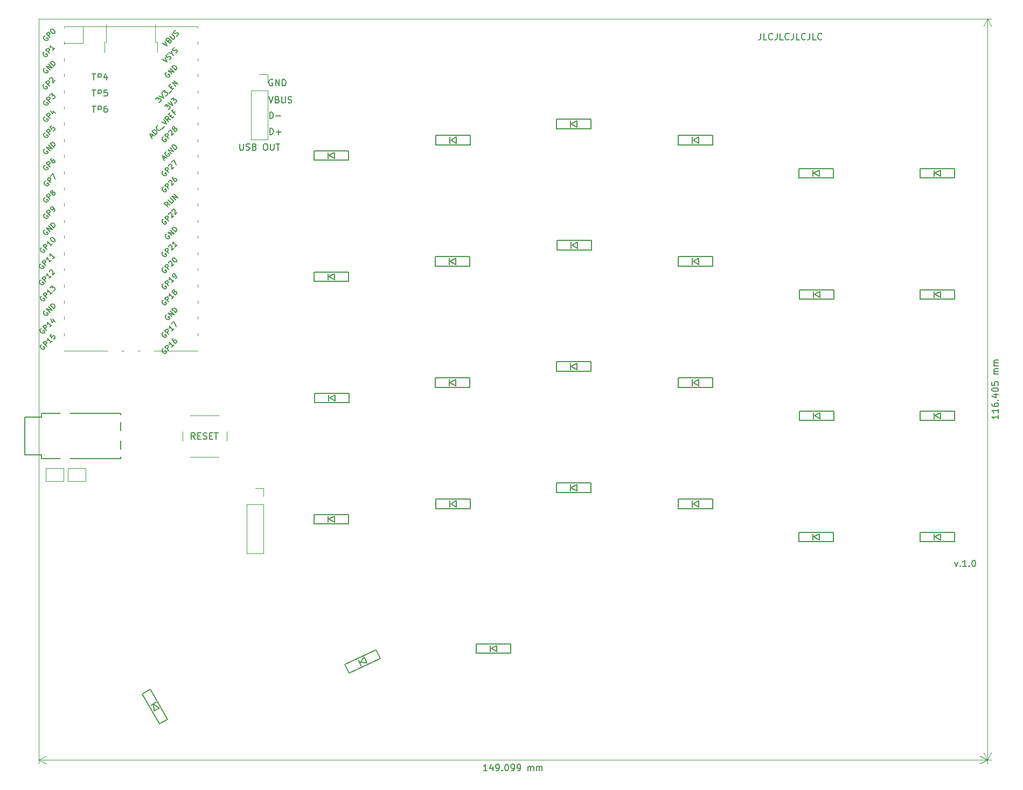
<source format=gto>
G04 #@! TF.GenerationSoftware,KiCad,Pcbnew,(5.1.4)-1*
G04 #@! TF.CreationDate,2021-09-07T00:23:22+08:00*
G04 #@! TF.ProjectId,Split Keeb,53706c69-7420-44b6-9565-622e6b696361,rev?*
G04 #@! TF.SameCoordinates,Original*
G04 #@! TF.FileFunction,Legend,Top*
G04 #@! TF.FilePolarity,Positive*
%FSLAX46Y46*%
G04 Gerber Fmt 4.6, Leading zero omitted, Abs format (unit mm)*
G04 Created by KiCad (PCBNEW (5.1.4)-1) date 2021-09-07 00:23:22*
%MOMM*%
%LPD*%
G04 APERTURE LIST*
%ADD10C,0.150000*%
%ADD11C,0.120000*%
%ADD12C,1.852000*%
%ADD13C,4.089800*%
%ADD14C,3.302000*%
%ADD15C,0.300000*%
%ADD16C,0.100000*%
%ADD17R,1.802000X1.802000*%
%ADD18R,1.802000X3.602000*%
%ADD19R,3.602000X1.802000*%
%ADD20O,1.802000X1.802000*%
%ADD21C,2.102000*%
%ADD22C,1.402000*%
%ADD23C,1.602000*%
%ADD24R,1.402000X1.052000*%
%ADD25C,1.499000*%
%ADD26R,1.499000X1.499000*%
%ADD27C,1.052000*%
G04 APERTURE END LIST*
D10*
X182578952Y-51293780D02*
X182578952Y-52008066D01*
X182531333Y-52150923D01*
X182436095Y-52246161D01*
X182293238Y-52293780D01*
X182198000Y-52293780D01*
X183531333Y-52293780D02*
X183055142Y-52293780D01*
X183055142Y-51293780D01*
X184436095Y-52198542D02*
X184388476Y-52246161D01*
X184245619Y-52293780D01*
X184150380Y-52293780D01*
X184007523Y-52246161D01*
X183912285Y-52150923D01*
X183864666Y-52055685D01*
X183817047Y-51865209D01*
X183817047Y-51722352D01*
X183864666Y-51531876D01*
X183912285Y-51436638D01*
X184007523Y-51341400D01*
X184150380Y-51293780D01*
X184245619Y-51293780D01*
X184388476Y-51341400D01*
X184436095Y-51389019D01*
X185150380Y-51293780D02*
X185150380Y-52008066D01*
X185102761Y-52150923D01*
X185007523Y-52246161D01*
X184864666Y-52293780D01*
X184769428Y-52293780D01*
X186102761Y-52293780D02*
X185626571Y-52293780D01*
X185626571Y-51293780D01*
X187007523Y-52198542D02*
X186959904Y-52246161D01*
X186817047Y-52293780D01*
X186721809Y-52293780D01*
X186578952Y-52246161D01*
X186483714Y-52150923D01*
X186436095Y-52055685D01*
X186388476Y-51865209D01*
X186388476Y-51722352D01*
X186436095Y-51531876D01*
X186483714Y-51436638D01*
X186578952Y-51341400D01*
X186721809Y-51293780D01*
X186817047Y-51293780D01*
X186959904Y-51341400D01*
X187007523Y-51389019D01*
X187721809Y-51293780D02*
X187721809Y-52008066D01*
X187674190Y-52150923D01*
X187578952Y-52246161D01*
X187436095Y-52293780D01*
X187340857Y-52293780D01*
X188674190Y-52293780D02*
X188198000Y-52293780D01*
X188198000Y-51293780D01*
X189578952Y-52198542D02*
X189531333Y-52246161D01*
X189388476Y-52293780D01*
X189293238Y-52293780D01*
X189150380Y-52246161D01*
X189055142Y-52150923D01*
X189007523Y-52055685D01*
X188959904Y-51865209D01*
X188959904Y-51722352D01*
X189007523Y-51531876D01*
X189055142Y-51436638D01*
X189150380Y-51341400D01*
X189293238Y-51293780D01*
X189388476Y-51293780D01*
X189531333Y-51341400D01*
X189578952Y-51389019D01*
X190293238Y-51293780D02*
X190293238Y-52008066D01*
X190245619Y-52150923D01*
X190150380Y-52246161D01*
X190007523Y-52293780D01*
X189912285Y-52293780D01*
X191245619Y-52293780D02*
X190769428Y-52293780D01*
X190769428Y-51293780D01*
X192150380Y-52198542D02*
X192102761Y-52246161D01*
X191959904Y-52293780D01*
X191864666Y-52293780D01*
X191721809Y-52246161D01*
X191626571Y-52150923D01*
X191578952Y-52055685D01*
X191531333Y-51865209D01*
X191531333Y-51722352D01*
X191578952Y-51531876D01*
X191626571Y-51436638D01*
X191721809Y-51341400D01*
X191864666Y-51293780D01*
X191959904Y-51293780D01*
X192102761Y-51341400D01*
X192150380Y-51389019D01*
X219908424Y-111272364D02*
X219908423Y-111843793D01*
X219908423Y-111558079D02*
X218908423Y-111558077D01*
X219051280Y-111653315D01*
X219146518Y-111748553D01*
X219194137Y-111843792D01*
X219908426Y-110319983D02*
X219908425Y-110891412D01*
X219908425Y-110605698D02*
X218908425Y-110605696D01*
X219051282Y-110700934D01*
X219146520Y-110796172D01*
X219194139Y-110891411D01*
X218908427Y-109462839D02*
X218908427Y-109653315D01*
X218956046Y-109748553D01*
X219003665Y-109796172D01*
X219146522Y-109891411D01*
X219336998Y-109939030D01*
X219717950Y-109939031D01*
X219813188Y-109891412D01*
X219860807Y-109843793D01*
X219908427Y-109748555D01*
X219908427Y-109558079D01*
X219860808Y-109462840D01*
X219813189Y-109415221D01*
X219717951Y-109367602D01*
X219479856Y-109367602D01*
X219384618Y-109415221D01*
X219336999Y-109462840D01*
X219289379Y-109558078D01*
X219289379Y-109748554D01*
X219336998Y-109843792D01*
X219384617Y-109891411D01*
X219479855Y-109939030D01*
X219813190Y-108939031D02*
X219860809Y-108891412D01*
X219908428Y-108939031D01*
X219860809Y-108986650D01*
X219813190Y-108939031D01*
X219908428Y-108939031D01*
X219241763Y-108034268D02*
X219908430Y-108034269D01*
X218860810Y-108272362D02*
X219575096Y-108510459D01*
X219575097Y-107891411D01*
X218908431Y-107319982D02*
X218908431Y-107224743D01*
X218956051Y-107129505D01*
X219003670Y-107081887D01*
X219098908Y-107034268D01*
X219289384Y-106986649D01*
X219527480Y-106986649D01*
X219717956Y-107034269D01*
X219813194Y-107081888D01*
X219860813Y-107129507D01*
X219908431Y-107224745D01*
X219908431Y-107319983D01*
X219860812Y-107415221D01*
X219813193Y-107462840D01*
X219717955Y-107510459D01*
X219527478Y-107558078D01*
X219289383Y-107558078D01*
X219098907Y-107510458D01*
X219003669Y-107462839D01*
X218956050Y-107415220D01*
X218908431Y-107319982D01*
X218908434Y-106081886D02*
X218908433Y-106558077D01*
X219384623Y-106605697D01*
X219337004Y-106558078D01*
X219289385Y-106462839D01*
X219289386Y-106224744D01*
X219337005Y-106129506D01*
X219384624Y-106081887D01*
X219479862Y-106034268D01*
X219717958Y-106034269D01*
X219813196Y-106081888D01*
X219860814Y-106129507D01*
X219908433Y-106224745D01*
X219908433Y-106462841D01*
X219860814Y-106558079D01*
X219813195Y-106605698D01*
X219908436Y-104843793D02*
X219241769Y-104843792D01*
X219337007Y-104843792D02*
X219289388Y-104796173D01*
X219241770Y-104700935D01*
X219241770Y-104558077D01*
X219289389Y-104462839D01*
X219384627Y-104415221D01*
X219908437Y-104415222D01*
X219384627Y-104415221D02*
X219289389Y-104367601D01*
X219241770Y-104272363D01*
X219241771Y-104129506D01*
X219289390Y-104034268D01*
X219384628Y-103986649D01*
X219908438Y-103986650D01*
X219908438Y-103510460D02*
X219241772Y-103510458D01*
X219337010Y-103510459D02*
X219289391Y-103462839D01*
X219241772Y-103367601D01*
X219241772Y-103224744D01*
X219289392Y-103129506D01*
X219384630Y-103081887D01*
X219908439Y-103081888D01*
X219384630Y-103081887D02*
X219289392Y-103034268D01*
X219241773Y-102939030D01*
X219241773Y-102796173D01*
X219289392Y-102700935D01*
X219384631Y-102653316D01*
X219908440Y-102653317D01*
D11*
X218186161Y-49022281D02*
X218185942Y-165427205D01*
X69088000Y-49022000D02*
X218772582Y-49022282D01*
X69087781Y-165426924D02*
X218772363Y-165427206D01*
X218185942Y-165427205D02*
X217599523Y-164300700D01*
X218185942Y-165427205D02*
X218772365Y-164300702D01*
X218186161Y-49022281D02*
X217599738Y-50148784D01*
X218186161Y-49022281D02*
X218772580Y-50148786D01*
D10*
X139589843Y-167149437D02*
X139018414Y-167149436D01*
X139304128Y-167149436D02*
X139304130Y-166149436D01*
X139208892Y-166292293D01*
X139113654Y-166387531D01*
X139018415Y-166435150D01*
X140446987Y-166482772D02*
X140446985Y-167149438D01*
X140208892Y-166101819D02*
X139970796Y-166816104D01*
X140589843Y-166816105D01*
X141018414Y-167149440D02*
X141208890Y-167149440D01*
X141304128Y-167101821D01*
X141351748Y-167054202D01*
X141446986Y-166911345D01*
X141494605Y-166720869D01*
X141494606Y-166339917D01*
X141446987Y-166244678D01*
X141399368Y-166197059D01*
X141304130Y-166149440D01*
X141113654Y-166149440D01*
X141018416Y-166197059D01*
X140970797Y-166244678D01*
X140923177Y-166339916D01*
X140923177Y-166578011D01*
X140970796Y-166673249D01*
X141018415Y-166720868D01*
X141113653Y-166768487D01*
X141304129Y-166768488D01*
X141399367Y-166720869D01*
X141446986Y-166673250D01*
X141494606Y-166578012D01*
X141923176Y-167054203D02*
X141970795Y-167101822D01*
X141923176Y-167149441D01*
X141875557Y-167101822D01*
X141923176Y-167054203D01*
X141923176Y-167149441D01*
X142589844Y-166149442D02*
X142685083Y-166149443D01*
X142780321Y-166197062D01*
X142827940Y-166244681D01*
X142875558Y-166339919D01*
X142923177Y-166530395D01*
X142923177Y-166768491D01*
X142875557Y-166958967D01*
X142827938Y-167054205D01*
X142780319Y-167101824D01*
X142685081Y-167149443D01*
X142589843Y-167149442D01*
X142494605Y-167101823D01*
X142446986Y-167054204D01*
X142399367Y-166958966D01*
X142351748Y-166768490D01*
X142351749Y-166530394D01*
X142399368Y-166339918D01*
X142446987Y-166244680D01*
X142494606Y-166197061D01*
X142589844Y-166149442D01*
X143399366Y-167149444D02*
X143589843Y-167149444D01*
X143685081Y-167101825D01*
X143732700Y-167054207D01*
X143827938Y-166911350D01*
X143875558Y-166720873D01*
X143875558Y-166339921D01*
X143827940Y-166244683D01*
X143780321Y-166197064D01*
X143685083Y-166149445D01*
X143494606Y-166149444D01*
X143399368Y-166197063D01*
X143351749Y-166244682D01*
X143304130Y-166339920D01*
X143304129Y-166578015D01*
X143351748Y-166673253D01*
X143399367Y-166720873D01*
X143494605Y-166768492D01*
X143685081Y-166768492D01*
X143780320Y-166720873D01*
X143827939Y-166673254D01*
X143875558Y-166578016D01*
X144351747Y-167149446D02*
X144542224Y-167149446D01*
X144637462Y-167101827D01*
X144685081Y-167054208D01*
X144780319Y-166911351D01*
X144827939Y-166720875D01*
X144827939Y-166339923D01*
X144780320Y-166244685D01*
X144732702Y-166197066D01*
X144637464Y-166149446D01*
X144446987Y-166149446D01*
X144351749Y-166197065D01*
X144304130Y-166244684D01*
X144256511Y-166339922D01*
X144256510Y-166578017D01*
X144304129Y-166673255D01*
X144351748Y-166720874D01*
X144446986Y-166768494D01*
X144637462Y-166768494D01*
X144732701Y-166720875D01*
X144780320Y-166673256D01*
X144827939Y-166578018D01*
X146018414Y-167149449D02*
X146018415Y-166482782D01*
X146018415Y-166578020D02*
X146066034Y-166530401D01*
X146161272Y-166482783D01*
X146304130Y-166482783D01*
X146399368Y-166530402D01*
X146446986Y-166625640D01*
X146446985Y-167149450D01*
X146446986Y-166625640D02*
X146494606Y-166530402D01*
X146589844Y-166482783D01*
X146732701Y-166482784D01*
X146827939Y-166530403D01*
X146875558Y-166625641D01*
X146875557Y-167149451D01*
X147351747Y-167149451D02*
X147351749Y-166482785D01*
X147351748Y-166578023D02*
X147399368Y-166530404D01*
X147494606Y-166482785D01*
X147637463Y-166482785D01*
X147732701Y-166530405D01*
X147780320Y-166625643D01*
X147780319Y-167149452D01*
X147780320Y-166625643D02*
X147827939Y-166530405D01*
X147923177Y-166482786D01*
X148066034Y-166482786D01*
X148161272Y-166530405D01*
X148208891Y-166625644D01*
X148208890Y-167149453D01*
D11*
X69087781Y-165426924D02*
X218187149Y-165427204D01*
X69088000Y-49022000D02*
X69087780Y-166013345D01*
X218187368Y-49022280D02*
X218187148Y-166013625D01*
X218187149Y-165427204D02*
X217060644Y-166013623D01*
X218187149Y-165427204D02*
X217060646Y-164840781D01*
X69087781Y-165426924D02*
X70214284Y-166013347D01*
X69087781Y-165426924D02*
X70214286Y-164840505D01*
D10*
X105418047Y-67203580D02*
X105418047Y-66203580D01*
X105656142Y-66203580D01*
X105799000Y-66251200D01*
X105894238Y-66346438D01*
X105941857Y-66441676D01*
X105989476Y-66632152D01*
X105989476Y-66775009D01*
X105941857Y-66965485D01*
X105894238Y-67060723D01*
X105799000Y-67155961D01*
X105656142Y-67203580D01*
X105418047Y-67203580D01*
X106418047Y-66822628D02*
X107179952Y-66822628D01*
X106799000Y-67203580D02*
X106799000Y-66441676D01*
X105392647Y-64663580D02*
X105392647Y-63663580D01*
X105630742Y-63663580D01*
X105773600Y-63711200D01*
X105868838Y-63806438D01*
X105916457Y-63901676D01*
X105964076Y-64092152D01*
X105964076Y-64235009D01*
X105916457Y-64425485D01*
X105868838Y-64520723D01*
X105773600Y-64615961D01*
X105630742Y-64663580D01*
X105392647Y-64663580D01*
X106392647Y-64282628D02*
X107154552Y-64282628D01*
X105278466Y-61225180D02*
X105611800Y-62225180D01*
X105945133Y-61225180D01*
X106611800Y-61701371D02*
X106754657Y-61748990D01*
X106802276Y-61796609D01*
X106849895Y-61891847D01*
X106849895Y-62034704D01*
X106802276Y-62129942D01*
X106754657Y-62177561D01*
X106659419Y-62225180D01*
X106278466Y-62225180D01*
X106278466Y-61225180D01*
X106611800Y-61225180D01*
X106707038Y-61272800D01*
X106754657Y-61320419D01*
X106802276Y-61415657D01*
X106802276Y-61510895D01*
X106754657Y-61606133D01*
X106707038Y-61653752D01*
X106611800Y-61701371D01*
X106278466Y-61701371D01*
X107278466Y-61225180D02*
X107278466Y-62034704D01*
X107326085Y-62129942D01*
X107373704Y-62177561D01*
X107468942Y-62225180D01*
X107659419Y-62225180D01*
X107754657Y-62177561D01*
X107802276Y-62129942D01*
X107849895Y-62034704D01*
X107849895Y-61225180D01*
X108278466Y-62177561D02*
X108421323Y-62225180D01*
X108659419Y-62225180D01*
X108754657Y-62177561D01*
X108802276Y-62129942D01*
X108849895Y-62034704D01*
X108849895Y-61939466D01*
X108802276Y-61844228D01*
X108754657Y-61796609D01*
X108659419Y-61748990D01*
X108468942Y-61701371D01*
X108373704Y-61653752D01*
X108326085Y-61606133D01*
X108278466Y-61510895D01*
X108278466Y-61415657D01*
X108326085Y-61320419D01*
X108373704Y-61272800D01*
X108468942Y-61225180D01*
X108707038Y-61225180D01*
X108849895Y-61272800D01*
X105841895Y-58580400D02*
X105746657Y-58532780D01*
X105603800Y-58532780D01*
X105460942Y-58580400D01*
X105365704Y-58675638D01*
X105318085Y-58770876D01*
X105270466Y-58961352D01*
X105270466Y-59104209D01*
X105318085Y-59294685D01*
X105365704Y-59389923D01*
X105460942Y-59485161D01*
X105603800Y-59532780D01*
X105699038Y-59532780D01*
X105841895Y-59485161D01*
X105889514Y-59437542D01*
X105889514Y-59104209D01*
X105699038Y-59104209D01*
X106318085Y-59532780D02*
X106318085Y-58532780D01*
X106889514Y-59532780D01*
X106889514Y-58532780D01*
X107365704Y-59532780D02*
X107365704Y-58532780D01*
X107603800Y-58532780D01*
X107746657Y-58580400D01*
X107841895Y-58675638D01*
X107889514Y-58770876D01*
X107937133Y-58961352D01*
X107937133Y-59104209D01*
X107889514Y-59294685D01*
X107841895Y-59389923D01*
X107746657Y-59485161D01*
X107603800Y-59532780D01*
X107365704Y-59532780D01*
X213039533Y-134405714D02*
X213277628Y-135072380D01*
X213515723Y-134405714D01*
X213896676Y-134977142D02*
X213944295Y-135024761D01*
X213896676Y-135072380D01*
X213849057Y-135024761D01*
X213896676Y-134977142D01*
X213896676Y-135072380D01*
X214896676Y-135072380D02*
X214325247Y-135072380D01*
X214610961Y-135072380D02*
X214610961Y-134072380D01*
X214515723Y-134215238D01*
X214420485Y-134310476D01*
X214325247Y-134358095D01*
X215325247Y-134977142D02*
X215372866Y-135024761D01*
X215325247Y-135072380D01*
X215277628Y-135024761D01*
X215325247Y-134977142D01*
X215325247Y-135072380D01*
X215991914Y-134072380D02*
X216087152Y-134072380D01*
X216182390Y-134120000D01*
X216230009Y-134167619D01*
X216277628Y-134262857D01*
X216325247Y-134453333D01*
X216325247Y-134691428D01*
X216277628Y-134881904D01*
X216230009Y-134977142D01*
X216182390Y-135024761D01*
X216087152Y-135072380D01*
X215991914Y-135072380D01*
X215896676Y-135024761D01*
X215849057Y-134977142D01*
X215801438Y-134881904D01*
X215753819Y-134691428D01*
X215753819Y-134453333D01*
X215801438Y-134262857D01*
X215849057Y-134167619D01*
X215896676Y-134120000D01*
X215991914Y-134072380D01*
D11*
X70202600Y-119675400D02*
X73002600Y-119675400D01*
X73002600Y-119675400D02*
X73002600Y-121675400D01*
X73002600Y-121675400D02*
X70202600Y-121675400D01*
X70202600Y-121675400D02*
X70202600Y-119675400D01*
X73657000Y-119675400D02*
X76457000Y-119675400D01*
X76457000Y-119675400D02*
X76457000Y-121675400D01*
X76457000Y-121675400D02*
X73657000Y-121675400D01*
X73657000Y-121675400D02*
X73657000Y-119675400D01*
X87716000Y-52682000D02*
X87716000Y-54232000D01*
X87716000Y-52682000D02*
X87416000Y-52682000D01*
X79416000Y-52682000D02*
X79416000Y-54232000D01*
X79716000Y-52682000D02*
X79416000Y-52682000D01*
X87416000Y-49882000D02*
X87416000Y-52682000D01*
X79716000Y-49882000D02*
X79716000Y-52682000D01*
X73066000Y-50192000D02*
X94066000Y-50192000D01*
X79866000Y-101192000D02*
X73066000Y-101192000D01*
X73066000Y-52859000D02*
X76073000Y-52859000D01*
X76073000Y-52859000D02*
X76073000Y-50192000D01*
X73066000Y-50192000D02*
X73066000Y-50492000D01*
X73066000Y-52592000D02*
X73066000Y-52992000D01*
X73066000Y-55192000D02*
X73066000Y-55592000D01*
X73066000Y-57692000D02*
X73066000Y-58092000D01*
X73066000Y-60292000D02*
X73066000Y-60692000D01*
X73066000Y-62792000D02*
X73066000Y-63192000D01*
X73066000Y-65292000D02*
X73066000Y-65692000D01*
X73066000Y-67892000D02*
X73066000Y-68292000D01*
X73066000Y-70392000D02*
X73066000Y-70792000D01*
X73066000Y-72992000D02*
X73066000Y-73392000D01*
X73066000Y-75492000D02*
X73066000Y-75892000D01*
X73066000Y-77992000D02*
X73066000Y-78392000D01*
X73066000Y-80592000D02*
X73066000Y-80992000D01*
X73066000Y-83092000D02*
X73066000Y-83492000D01*
X73066000Y-85692000D02*
X73066000Y-86092000D01*
X73066000Y-88192000D02*
X73066000Y-88592000D01*
X73066000Y-90792000D02*
X73066000Y-91192000D01*
X73066000Y-93292000D02*
X73066000Y-93692000D01*
X73066000Y-95792000D02*
X73066000Y-96192000D01*
X73066000Y-98392000D02*
X73066000Y-98792000D01*
X94066000Y-65292000D02*
X94066000Y-65692000D01*
X94066000Y-70392000D02*
X94066000Y-70792000D01*
X94066000Y-77992000D02*
X94066000Y-78392000D01*
X94066000Y-85692000D02*
X94066000Y-86092000D01*
X94066000Y-55192000D02*
X94066000Y-55592000D01*
X94066000Y-52592000D02*
X94066000Y-52992000D01*
X94066000Y-60292000D02*
X94066000Y-60692000D01*
X94066000Y-93292000D02*
X94066000Y-93692000D01*
X94066000Y-98392000D02*
X94066000Y-98792000D01*
X94066000Y-95792000D02*
X94066000Y-96192000D01*
X94066000Y-80592000D02*
X94066000Y-80992000D01*
X94066000Y-75492000D02*
X94066000Y-75892000D01*
X94066000Y-62792000D02*
X94066000Y-63192000D01*
X94066000Y-67892000D02*
X94066000Y-68292000D01*
X94066000Y-88192000D02*
X94066000Y-88592000D01*
X94066000Y-72992000D02*
X94066000Y-73392000D01*
X94066000Y-50192000D02*
X94066000Y-50492000D01*
X94066000Y-57692000D02*
X94066000Y-58092000D01*
X94066000Y-83092000D02*
X94066000Y-83492000D01*
X94066000Y-90792000D02*
X94066000Y-91192000D01*
X94066000Y-101192000D02*
X87266000Y-101192000D01*
X82066000Y-101192000D02*
X82466000Y-101192000D01*
X84666000Y-101192000D02*
X85066000Y-101192000D01*
X103759000Y-57725000D02*
X105089000Y-57725000D01*
X105089000Y-57725000D02*
X105089000Y-59055000D01*
X105089000Y-60325000D02*
X105089000Y-68005000D01*
X102429000Y-68005000D02*
X105089000Y-68005000D01*
X102429000Y-60325000D02*
X102429000Y-68005000D01*
X102429000Y-60325000D02*
X105089000Y-60325000D01*
X91675000Y-113840000D02*
X91675000Y-115340000D01*
X92925000Y-117840000D02*
X97425000Y-117840000D01*
X98675000Y-115340000D02*
X98675000Y-113840000D01*
X97425000Y-111340000D02*
X92925000Y-111340000D01*
X103124000Y-122749000D02*
X104454000Y-122749000D01*
X104454000Y-122749000D02*
X104454000Y-124079000D01*
X104454000Y-125349000D02*
X104454000Y-133029000D01*
X101794000Y-133029000D02*
X104454000Y-133029000D01*
X101794000Y-125349000D02*
X101794000Y-133029000D01*
X101794000Y-125349000D02*
X104454000Y-125349000D01*
D10*
X82015000Y-111004000D02*
X82015000Y-118104000D01*
X82015000Y-118104000D02*
X69515000Y-118104000D01*
X69515000Y-118104000D02*
X69515000Y-117554000D01*
X69515000Y-117554000D02*
X66915000Y-117554000D01*
X66915000Y-111554000D02*
X66915000Y-117554000D01*
X69515000Y-111554000D02*
X66915000Y-111554000D01*
X69515000Y-111004000D02*
X69515000Y-111554000D01*
X69515000Y-111004000D02*
X82015000Y-111004000D01*
X143289000Y-148705000D02*
X143289000Y-147205000D01*
X137889000Y-148705000D02*
X143289000Y-148705000D01*
X137889000Y-147205000D02*
X137889000Y-148705000D01*
X143289000Y-147205000D02*
X137889000Y-147205000D01*
X140089000Y-147455000D02*
X140089000Y-148455000D01*
X141089000Y-148455000D02*
X140189000Y-147955000D01*
X141089000Y-147455000D02*
X141089000Y-148455000D01*
X140189000Y-147955000D02*
X141089000Y-147455000D01*
X122751330Y-149510021D02*
X122117402Y-148150559D01*
X117857268Y-151792159D02*
X122751330Y-149510021D01*
X117223340Y-150432697D02*
X117857268Y-151792159D01*
X122117402Y-148150559D02*
X117223340Y-150432697D01*
X119322872Y-149729514D02*
X119745490Y-150635822D01*
X120651798Y-150213204D02*
X119624812Y-150140406D01*
X120229180Y-149306896D02*
X120651798Y-150213204D01*
X119624812Y-150140406D02*
X120229180Y-149306896D01*
X88070315Y-159800431D02*
X89369353Y-159050431D01*
X85370315Y-155123893D02*
X88070315Y-159800431D01*
X86669353Y-154373893D02*
X85370315Y-155123893D01*
X89369353Y-159050431D02*
X86669353Y-154373893D01*
X87552847Y-156404149D02*
X86686821Y-156904149D01*
X87186821Y-157770175D02*
X87169834Y-156740752D01*
X88052847Y-157270175D02*
X87186821Y-157770175D01*
X87169834Y-156740752D02*
X88052847Y-157270175D01*
X213012000Y-131179000D02*
X213012000Y-129679000D01*
X207612000Y-131179000D02*
X213012000Y-131179000D01*
X207612000Y-129679000D02*
X207612000Y-131179000D01*
X213012000Y-129679000D02*
X207612000Y-129679000D01*
X209812000Y-129929000D02*
X209812000Y-130929000D01*
X210812000Y-130929000D02*
X209912000Y-130429000D01*
X210812000Y-129929000D02*
X210812000Y-130929000D01*
X209912000Y-130429000D02*
X210812000Y-129929000D01*
X193962000Y-131179000D02*
X193962000Y-129679000D01*
X188562000Y-131179000D02*
X193962000Y-131179000D01*
X188562000Y-129679000D02*
X188562000Y-131179000D01*
X193962000Y-129679000D02*
X188562000Y-129679000D01*
X190762000Y-129929000D02*
X190762000Y-130929000D01*
X191762000Y-130929000D02*
X190862000Y-130429000D01*
X191762000Y-129929000D02*
X191762000Y-130929000D01*
X190862000Y-130429000D02*
X191762000Y-129929000D01*
X175036000Y-125972000D02*
X175036000Y-124472000D01*
X169636000Y-125972000D02*
X175036000Y-125972000D01*
X169636000Y-124472000D02*
X169636000Y-125972000D01*
X175036000Y-124472000D02*
X169636000Y-124472000D01*
X171836000Y-124722000D02*
X171836000Y-125722000D01*
X172836000Y-125722000D02*
X171936000Y-125222000D01*
X172836000Y-124722000D02*
X172836000Y-125722000D01*
X171936000Y-125222000D02*
X172836000Y-124722000D01*
X155862000Y-123432000D02*
X155862000Y-121932000D01*
X150462000Y-123432000D02*
X155862000Y-123432000D01*
X150462000Y-121932000D02*
X150462000Y-123432000D01*
X155862000Y-121932000D02*
X150462000Y-121932000D01*
X152662000Y-122182000D02*
X152662000Y-123182000D01*
X153662000Y-123182000D02*
X152762000Y-122682000D01*
X153662000Y-122182000D02*
X153662000Y-123182000D01*
X152762000Y-122682000D02*
X153662000Y-122182000D01*
X136939000Y-125972000D02*
X136939000Y-124472000D01*
X131539000Y-125972000D02*
X136939000Y-125972000D01*
X131539000Y-124472000D02*
X131539000Y-125972000D01*
X136939000Y-124472000D02*
X131539000Y-124472000D01*
X133739000Y-124722000D02*
X133739000Y-125722000D01*
X134739000Y-125722000D02*
X133839000Y-125222000D01*
X134739000Y-124722000D02*
X134739000Y-125722000D01*
X133839000Y-125222000D02*
X134739000Y-124722000D01*
X117762000Y-128385000D02*
X117762000Y-126885000D01*
X112362000Y-128385000D02*
X117762000Y-128385000D01*
X112362000Y-126885000D02*
X112362000Y-128385000D01*
X117762000Y-126885000D02*
X112362000Y-126885000D01*
X114562000Y-127135000D02*
X114562000Y-128135000D01*
X115562000Y-128135000D02*
X114662000Y-127635000D01*
X115562000Y-127135000D02*
X115562000Y-128135000D01*
X114662000Y-127635000D02*
X115562000Y-127135000D01*
X213012000Y-112129000D02*
X213012000Y-110629000D01*
X207612000Y-112129000D02*
X213012000Y-112129000D01*
X207612000Y-110629000D02*
X207612000Y-112129000D01*
X213012000Y-110629000D02*
X207612000Y-110629000D01*
X209812000Y-110879000D02*
X209812000Y-111879000D01*
X210812000Y-111879000D02*
X209912000Y-111379000D01*
X210812000Y-110879000D02*
X210812000Y-111879000D01*
X209912000Y-111379000D02*
X210812000Y-110879000D01*
X194089000Y-112129000D02*
X194089000Y-110629000D01*
X188689000Y-112129000D02*
X194089000Y-112129000D01*
X188689000Y-110629000D02*
X188689000Y-112129000D01*
X194089000Y-110629000D02*
X188689000Y-110629000D01*
X190889000Y-110879000D02*
X190889000Y-111879000D01*
X191889000Y-111879000D02*
X190989000Y-111379000D01*
X191889000Y-110879000D02*
X191889000Y-111879000D01*
X190989000Y-111379000D02*
X191889000Y-110879000D01*
X175039000Y-106922000D02*
X175039000Y-105422000D01*
X169639000Y-106922000D02*
X175039000Y-106922000D01*
X169639000Y-105422000D02*
X169639000Y-106922000D01*
X175039000Y-105422000D02*
X169639000Y-105422000D01*
X171839000Y-105672000D02*
X171839000Y-106672000D01*
X172839000Y-106672000D02*
X171939000Y-106172000D01*
X172839000Y-105672000D02*
X172839000Y-106672000D01*
X171939000Y-106172000D02*
X172839000Y-105672000D01*
X155862000Y-104382000D02*
X155862000Y-102882000D01*
X150462000Y-104382000D02*
X155862000Y-104382000D01*
X150462000Y-102882000D02*
X150462000Y-104382000D01*
X155862000Y-102882000D02*
X150462000Y-102882000D01*
X152662000Y-103132000D02*
X152662000Y-104132000D01*
X153662000Y-104132000D02*
X152762000Y-103632000D01*
X153662000Y-103132000D02*
X153662000Y-104132000D01*
X152762000Y-103632000D02*
X153662000Y-103132000D01*
X136812000Y-106922000D02*
X136812000Y-105422000D01*
X131412000Y-106922000D02*
X136812000Y-106922000D01*
X131412000Y-105422000D02*
X131412000Y-106922000D01*
X136812000Y-105422000D02*
X131412000Y-105422000D01*
X133612000Y-105672000D02*
X133612000Y-106672000D01*
X134612000Y-106672000D02*
X133712000Y-106172000D01*
X134612000Y-105672000D02*
X134612000Y-106672000D01*
X133712000Y-106172000D02*
X134612000Y-105672000D01*
X117889000Y-109335000D02*
X117889000Y-107835000D01*
X112489000Y-109335000D02*
X117889000Y-109335000D01*
X112489000Y-107835000D02*
X112489000Y-109335000D01*
X117889000Y-107835000D02*
X112489000Y-107835000D01*
X114689000Y-108085000D02*
X114689000Y-109085000D01*
X115689000Y-109085000D02*
X114789000Y-108585000D01*
X115689000Y-108085000D02*
X115689000Y-109085000D01*
X114789000Y-108585000D02*
X115689000Y-108085000D01*
X213012000Y-93079000D02*
X213012000Y-91579000D01*
X207612000Y-93079000D02*
X213012000Y-93079000D01*
X207612000Y-91579000D02*
X207612000Y-93079000D01*
X213012000Y-91579000D02*
X207612000Y-91579000D01*
X209812000Y-91829000D02*
X209812000Y-92829000D01*
X210812000Y-92829000D02*
X209912000Y-92329000D01*
X210812000Y-91829000D02*
X210812000Y-92829000D01*
X209912000Y-92329000D02*
X210812000Y-91829000D01*
X194089000Y-93079000D02*
X194089000Y-91579000D01*
X188689000Y-93079000D02*
X194089000Y-93079000D01*
X188689000Y-91579000D02*
X188689000Y-93079000D01*
X194089000Y-91579000D02*
X188689000Y-91579000D01*
X190889000Y-91829000D02*
X190889000Y-92829000D01*
X191889000Y-92829000D02*
X190989000Y-92329000D01*
X191889000Y-91829000D02*
X191889000Y-92829000D01*
X190989000Y-92329000D02*
X191889000Y-91829000D01*
X175039000Y-87872000D02*
X175039000Y-86372000D01*
X169639000Y-87872000D02*
X175039000Y-87872000D01*
X169639000Y-86372000D02*
X169639000Y-87872000D01*
X175039000Y-86372000D02*
X169639000Y-86372000D01*
X171839000Y-86622000D02*
X171839000Y-87622000D01*
X172839000Y-87622000D02*
X171939000Y-87122000D01*
X172839000Y-86622000D02*
X172839000Y-87622000D01*
X171939000Y-87122000D02*
X172839000Y-86622000D01*
X155989000Y-85332000D02*
X155989000Y-83832000D01*
X150589000Y-85332000D02*
X155989000Y-85332000D01*
X150589000Y-83832000D02*
X150589000Y-85332000D01*
X155989000Y-83832000D02*
X150589000Y-83832000D01*
X152789000Y-84082000D02*
X152789000Y-85082000D01*
X153789000Y-85082000D02*
X152889000Y-84582000D01*
X153789000Y-84082000D02*
X153789000Y-85082000D01*
X152889000Y-84582000D02*
X153789000Y-84082000D01*
X136812000Y-87872000D02*
X136812000Y-86372000D01*
X131412000Y-87872000D02*
X136812000Y-87872000D01*
X131412000Y-86372000D02*
X131412000Y-87872000D01*
X136812000Y-86372000D02*
X131412000Y-86372000D01*
X133612000Y-86622000D02*
X133612000Y-87622000D01*
X134612000Y-87622000D02*
X133712000Y-87122000D01*
X134612000Y-86622000D02*
X134612000Y-87622000D01*
X133712000Y-87122000D02*
X134612000Y-86622000D01*
X117762000Y-90285000D02*
X117762000Y-88785000D01*
X112362000Y-90285000D02*
X117762000Y-90285000D01*
X112362000Y-88785000D02*
X112362000Y-90285000D01*
X117762000Y-88785000D02*
X112362000Y-88785000D01*
X114562000Y-89035000D02*
X114562000Y-90035000D01*
X115562000Y-90035000D02*
X114662000Y-89535000D01*
X115562000Y-89035000D02*
X115562000Y-90035000D01*
X114662000Y-89535000D02*
X115562000Y-89035000D01*
X213012000Y-74029000D02*
X213012000Y-72529000D01*
X207612000Y-74029000D02*
X213012000Y-74029000D01*
X207612000Y-72529000D02*
X207612000Y-74029000D01*
X213012000Y-72529000D02*
X207612000Y-72529000D01*
X209812000Y-72779000D02*
X209812000Y-73779000D01*
X210812000Y-73779000D02*
X209912000Y-73279000D01*
X210812000Y-72779000D02*
X210812000Y-73779000D01*
X209912000Y-73279000D02*
X210812000Y-72779000D01*
X193962000Y-74029000D02*
X193962000Y-72529000D01*
X188562000Y-74029000D02*
X193962000Y-74029000D01*
X188562000Y-72529000D02*
X188562000Y-74029000D01*
X193962000Y-72529000D02*
X188562000Y-72529000D01*
X190762000Y-72779000D02*
X190762000Y-73779000D01*
X191762000Y-73779000D02*
X190862000Y-73279000D01*
X191762000Y-72779000D02*
X191762000Y-73779000D01*
X190862000Y-73279000D02*
X191762000Y-72779000D01*
X175042000Y-68822000D02*
X175042000Y-67322000D01*
X169642000Y-68822000D02*
X175042000Y-68822000D01*
X169642000Y-67322000D02*
X169642000Y-68822000D01*
X175042000Y-67322000D02*
X169642000Y-67322000D01*
X171842000Y-67572000D02*
X171842000Y-68572000D01*
X172842000Y-68572000D02*
X171942000Y-68072000D01*
X172842000Y-67572000D02*
X172842000Y-68572000D01*
X171942000Y-68072000D02*
X172842000Y-67572000D01*
X155862000Y-66282000D02*
X155862000Y-64782000D01*
X150462000Y-66282000D02*
X155862000Y-66282000D01*
X150462000Y-64782000D02*
X150462000Y-66282000D01*
X155862000Y-64782000D02*
X150462000Y-64782000D01*
X152662000Y-65032000D02*
X152662000Y-66032000D01*
X153662000Y-66032000D02*
X152762000Y-65532000D01*
X153662000Y-65032000D02*
X153662000Y-66032000D01*
X152762000Y-65532000D02*
X153662000Y-65032000D01*
X136939000Y-68822000D02*
X136939000Y-67322000D01*
X131539000Y-68822000D02*
X136939000Y-68822000D01*
X131539000Y-67322000D02*
X131539000Y-68822000D01*
X136939000Y-67322000D02*
X131539000Y-67322000D01*
X133739000Y-67572000D02*
X133739000Y-68572000D01*
X134739000Y-68572000D02*
X133839000Y-68072000D01*
X134739000Y-67572000D02*
X134739000Y-68572000D01*
X133839000Y-68072000D02*
X134739000Y-67572000D01*
X117762000Y-71235000D02*
X117762000Y-69735000D01*
X112362000Y-71235000D02*
X117762000Y-71235000D01*
X112362000Y-69735000D02*
X112362000Y-71235000D01*
X117762000Y-69735000D02*
X112362000Y-69735000D01*
X114562000Y-69985000D02*
X114562000Y-70985000D01*
X115562000Y-70985000D02*
X114662000Y-70485000D01*
X115562000Y-69985000D02*
X115562000Y-70985000D01*
X114662000Y-70485000D02*
X115562000Y-69985000D01*
X77478095Y-62698380D02*
X78049523Y-62698380D01*
X77763809Y-63698380D02*
X77763809Y-62698380D01*
X78382857Y-63698380D02*
X78382857Y-62698380D01*
X78763809Y-62698380D01*
X78859047Y-62746000D01*
X78906666Y-62793619D01*
X78954285Y-62888857D01*
X78954285Y-63031714D01*
X78906666Y-63126952D01*
X78859047Y-63174571D01*
X78763809Y-63222190D01*
X78382857Y-63222190D01*
X79811428Y-62698380D02*
X79620952Y-62698380D01*
X79525714Y-62746000D01*
X79478095Y-62793619D01*
X79382857Y-62936476D01*
X79335238Y-63126952D01*
X79335238Y-63507904D01*
X79382857Y-63603142D01*
X79430476Y-63650761D01*
X79525714Y-63698380D01*
X79716190Y-63698380D01*
X79811428Y-63650761D01*
X79859047Y-63603142D01*
X79906666Y-63507904D01*
X79906666Y-63269809D01*
X79859047Y-63174571D01*
X79811428Y-63126952D01*
X79716190Y-63079333D01*
X79525714Y-63079333D01*
X79430476Y-63126952D01*
X79382857Y-63174571D01*
X79335238Y-63269809D01*
X77478095Y-60158380D02*
X78049523Y-60158380D01*
X77763809Y-61158380D02*
X77763809Y-60158380D01*
X78382857Y-61158380D02*
X78382857Y-60158380D01*
X78763809Y-60158380D01*
X78859047Y-60206000D01*
X78906666Y-60253619D01*
X78954285Y-60348857D01*
X78954285Y-60491714D01*
X78906666Y-60586952D01*
X78859047Y-60634571D01*
X78763809Y-60682190D01*
X78382857Y-60682190D01*
X79859047Y-60158380D02*
X79382857Y-60158380D01*
X79335238Y-60634571D01*
X79382857Y-60586952D01*
X79478095Y-60539333D01*
X79716190Y-60539333D01*
X79811428Y-60586952D01*
X79859047Y-60634571D01*
X79906666Y-60729809D01*
X79906666Y-60967904D01*
X79859047Y-61063142D01*
X79811428Y-61110761D01*
X79716190Y-61158380D01*
X79478095Y-61158380D01*
X79382857Y-61110761D01*
X79335238Y-61063142D01*
X77478095Y-57618380D02*
X78049523Y-57618380D01*
X77763809Y-58618380D02*
X77763809Y-57618380D01*
X78382857Y-58618380D02*
X78382857Y-57618380D01*
X78763809Y-57618380D01*
X78859047Y-57666000D01*
X78906666Y-57713619D01*
X78954285Y-57808857D01*
X78954285Y-57951714D01*
X78906666Y-58046952D01*
X78859047Y-58094571D01*
X78763809Y-58142190D01*
X78382857Y-58142190D01*
X79811428Y-57951714D02*
X79811428Y-58618380D01*
X79573333Y-57570761D02*
X79335238Y-58285047D01*
X79954285Y-58285047D01*
X88732597Y-71067964D02*
X89001971Y-70798590D01*
X88840346Y-71283463D02*
X88463223Y-70529216D01*
X89217470Y-70906340D01*
X89163595Y-69882719D02*
X89082783Y-69909656D01*
X89001971Y-69990468D01*
X88948096Y-70098218D01*
X88948096Y-70205967D01*
X88975033Y-70286780D01*
X89055845Y-70421467D01*
X89136658Y-70502279D01*
X89271345Y-70583091D01*
X89352157Y-70610028D01*
X89459906Y-70610028D01*
X89567656Y-70556154D01*
X89621531Y-70502279D01*
X89675406Y-70394529D01*
X89675406Y-70340654D01*
X89486844Y-70152093D01*
X89379094Y-70259842D01*
X89971717Y-70152093D02*
X89406032Y-69586407D01*
X90294966Y-69828844D01*
X89729280Y-69263158D01*
X90564340Y-69559470D02*
X89998654Y-68993784D01*
X90133341Y-68859097D01*
X90241091Y-68805223D01*
X90348841Y-68805223D01*
X90429653Y-68832160D01*
X90564340Y-68912972D01*
X90645152Y-68993784D01*
X90725964Y-69128471D01*
X90752902Y-69209284D01*
X90752902Y-69317033D01*
X90699027Y-69424783D01*
X90564340Y-69559470D01*
X89202158Y-57425155D02*
X89121346Y-57452093D01*
X89040534Y-57532905D01*
X88986659Y-57640654D01*
X88986659Y-57748404D01*
X89013597Y-57829216D01*
X89094409Y-57963903D01*
X89175221Y-58044715D01*
X89309908Y-58125528D01*
X89390720Y-58152465D01*
X89498470Y-58152465D01*
X89606219Y-58098590D01*
X89660094Y-58044715D01*
X89713969Y-57936966D01*
X89713969Y-57883091D01*
X89525407Y-57694529D01*
X89417658Y-57802279D01*
X90010280Y-57694529D02*
X89444595Y-57128844D01*
X90333529Y-57371280D01*
X89767844Y-56805595D01*
X90602903Y-57101906D02*
X90037218Y-56536221D01*
X90171905Y-56401534D01*
X90279654Y-56347659D01*
X90387404Y-56347659D01*
X90468216Y-56374597D01*
X90602903Y-56455409D01*
X90683715Y-56536221D01*
X90764528Y-56670908D01*
X90791465Y-56751720D01*
X90791465Y-56859470D01*
X90737590Y-56967219D01*
X90602903Y-57101906D01*
X89202158Y-82825155D02*
X89121346Y-82852093D01*
X89040534Y-82932905D01*
X88986659Y-83040654D01*
X88986659Y-83148404D01*
X89013597Y-83229216D01*
X89094409Y-83363903D01*
X89175221Y-83444715D01*
X89309908Y-83525528D01*
X89390720Y-83552465D01*
X89498470Y-83552465D01*
X89606219Y-83498590D01*
X89660094Y-83444715D01*
X89713969Y-83336966D01*
X89713969Y-83283091D01*
X89525407Y-83094529D01*
X89417658Y-83202279D01*
X90010280Y-83094529D02*
X89444595Y-82528844D01*
X90333529Y-82771280D01*
X89767844Y-82205595D01*
X90602903Y-82501906D02*
X90037218Y-81936221D01*
X90171905Y-81801534D01*
X90279654Y-81747659D01*
X90387404Y-81747659D01*
X90468216Y-81774597D01*
X90602903Y-81855409D01*
X90683715Y-81936221D01*
X90764528Y-82070908D01*
X90791465Y-82151720D01*
X90791465Y-82259470D01*
X90737590Y-82367219D01*
X90602903Y-82501906D01*
X89202158Y-95525155D02*
X89121346Y-95552093D01*
X89040534Y-95632905D01*
X88986659Y-95740654D01*
X88986659Y-95848404D01*
X89013597Y-95929216D01*
X89094409Y-96063903D01*
X89175221Y-96144715D01*
X89309908Y-96225528D01*
X89390720Y-96252465D01*
X89498470Y-96252465D01*
X89606219Y-96198590D01*
X89660094Y-96144715D01*
X89713969Y-96036966D01*
X89713969Y-95983091D01*
X89525407Y-95794529D01*
X89417658Y-95902279D01*
X90010280Y-95794529D02*
X89444595Y-95228844D01*
X90333529Y-95471280D01*
X89767844Y-94905595D01*
X90602903Y-95201906D02*
X90037218Y-94636221D01*
X90171905Y-94501534D01*
X90279654Y-94447659D01*
X90387404Y-94447659D01*
X90468216Y-94474597D01*
X90602903Y-94555409D01*
X90683715Y-94636221D01*
X90764528Y-94770908D01*
X90791465Y-94851720D01*
X90791465Y-94959470D01*
X90737590Y-95067219D01*
X90602903Y-95201906D01*
X70052158Y-94890155D02*
X69971346Y-94917093D01*
X69890534Y-94997905D01*
X69836659Y-95105654D01*
X69836659Y-95213404D01*
X69863597Y-95294216D01*
X69944409Y-95428903D01*
X70025221Y-95509715D01*
X70159908Y-95590528D01*
X70240720Y-95617465D01*
X70348470Y-95617465D01*
X70456219Y-95563590D01*
X70510094Y-95509715D01*
X70563969Y-95401966D01*
X70563969Y-95348091D01*
X70375407Y-95159529D01*
X70267658Y-95267279D01*
X70860280Y-95159529D02*
X70294595Y-94593844D01*
X71183529Y-94836280D01*
X70617844Y-94270595D01*
X71452903Y-94566906D02*
X70887218Y-94001221D01*
X71021905Y-93866534D01*
X71129654Y-93812659D01*
X71237404Y-93812659D01*
X71318216Y-93839597D01*
X71452903Y-93920409D01*
X71533715Y-94001221D01*
X71614528Y-94135908D01*
X71641465Y-94216720D01*
X71641465Y-94324470D01*
X71587590Y-94432219D01*
X71452903Y-94566906D01*
X70052158Y-82190155D02*
X69971346Y-82217093D01*
X69890534Y-82297905D01*
X69836659Y-82405654D01*
X69836659Y-82513404D01*
X69863597Y-82594216D01*
X69944409Y-82728903D01*
X70025221Y-82809715D01*
X70159908Y-82890528D01*
X70240720Y-82917465D01*
X70348470Y-82917465D01*
X70456219Y-82863590D01*
X70510094Y-82809715D01*
X70563969Y-82701966D01*
X70563969Y-82648091D01*
X70375407Y-82459529D01*
X70267658Y-82567279D01*
X70860280Y-82459529D02*
X70294595Y-81893844D01*
X71183529Y-82136280D01*
X70617844Y-81570595D01*
X71452903Y-81866906D02*
X70887218Y-81301221D01*
X71021905Y-81166534D01*
X71129654Y-81112659D01*
X71237404Y-81112659D01*
X71318216Y-81139597D01*
X71452903Y-81220409D01*
X71533715Y-81301221D01*
X71614528Y-81435908D01*
X71641465Y-81516720D01*
X71641465Y-81624470D01*
X71587590Y-81732219D01*
X71452903Y-81866906D01*
X70052158Y-69490155D02*
X69971346Y-69517093D01*
X69890534Y-69597905D01*
X69836659Y-69705654D01*
X69836659Y-69813404D01*
X69863597Y-69894216D01*
X69944409Y-70028903D01*
X70025221Y-70109715D01*
X70159908Y-70190528D01*
X70240720Y-70217465D01*
X70348470Y-70217465D01*
X70456219Y-70163590D01*
X70510094Y-70109715D01*
X70563969Y-70001966D01*
X70563969Y-69948091D01*
X70375407Y-69759529D01*
X70267658Y-69867279D01*
X70860280Y-69759529D02*
X70294595Y-69193844D01*
X71183529Y-69436280D01*
X70617844Y-68870595D01*
X71452903Y-69166906D02*
X70887218Y-68601221D01*
X71021905Y-68466534D01*
X71129654Y-68412659D01*
X71237404Y-68412659D01*
X71318216Y-68439597D01*
X71452903Y-68520409D01*
X71533715Y-68601221D01*
X71614528Y-68735908D01*
X71641465Y-68816720D01*
X71641465Y-68924470D01*
X71587590Y-69032219D01*
X71452903Y-69166906D01*
X70052158Y-56790155D02*
X69971346Y-56817093D01*
X69890534Y-56897905D01*
X69836659Y-57005654D01*
X69836659Y-57113404D01*
X69863597Y-57194216D01*
X69944409Y-57328903D01*
X70025221Y-57409715D01*
X70159908Y-57490528D01*
X70240720Y-57517465D01*
X70348470Y-57517465D01*
X70456219Y-57463590D01*
X70510094Y-57409715D01*
X70563969Y-57301966D01*
X70563969Y-57248091D01*
X70375407Y-57059529D01*
X70267658Y-57167279D01*
X70860280Y-57059529D02*
X70294595Y-56493844D01*
X71183529Y-56736280D01*
X70617844Y-56170595D01*
X71452903Y-56466906D02*
X70887218Y-55901221D01*
X71021905Y-55766534D01*
X71129654Y-55712659D01*
X71237404Y-55712659D01*
X71318216Y-55739597D01*
X71452903Y-55820409D01*
X71533715Y-55901221D01*
X71614528Y-56035908D01*
X71641465Y-56116720D01*
X71641465Y-56224470D01*
X71587590Y-56332219D01*
X71452903Y-56466906D01*
X88534129Y-52854309D02*
X89288377Y-53231433D01*
X88911253Y-52477186D01*
X89557751Y-52369436D02*
X89665500Y-52315561D01*
X89719375Y-52315561D01*
X89800187Y-52342499D01*
X89880999Y-52423311D01*
X89907937Y-52504123D01*
X89907937Y-52557998D01*
X89881000Y-52638810D01*
X89665500Y-52854309D01*
X89099815Y-52288624D01*
X89288377Y-52100062D01*
X89369189Y-52073125D01*
X89423064Y-52073125D01*
X89503876Y-52100062D01*
X89557751Y-52153937D01*
X89584688Y-52234749D01*
X89584688Y-52288624D01*
X89557751Y-52369436D01*
X89369189Y-52557998D01*
X89665500Y-51722938D02*
X90123436Y-52180874D01*
X90204248Y-52207812D01*
X90258123Y-52207812D01*
X90338935Y-52180874D01*
X90446685Y-52073125D01*
X90473622Y-51992312D01*
X90473622Y-51938438D01*
X90446685Y-51857625D01*
X89988749Y-51399690D01*
X90769934Y-51696001D02*
X90877683Y-51642126D01*
X91012370Y-51507439D01*
X91039308Y-51426627D01*
X91039308Y-51372752D01*
X91012370Y-51291940D01*
X90958496Y-51238065D01*
X90877683Y-51211128D01*
X90823809Y-51211128D01*
X90742996Y-51238065D01*
X90608309Y-51318877D01*
X90527497Y-51345815D01*
X90473622Y-51345815D01*
X90392810Y-51318877D01*
X90338935Y-51265003D01*
X90311998Y-51184190D01*
X90311998Y-51130316D01*
X90338935Y-51049503D01*
X90473622Y-50914816D01*
X90581372Y-50860942D01*
X88501473Y-55396966D02*
X89255720Y-55774089D01*
X88878597Y-55019842D01*
X89578969Y-55396966D02*
X89686719Y-55343091D01*
X89821406Y-55208404D01*
X89848343Y-55127592D01*
X89848343Y-55073717D01*
X89821406Y-54992905D01*
X89767531Y-54939030D01*
X89686719Y-54912093D01*
X89632844Y-54912093D01*
X89552032Y-54939030D01*
X89417345Y-55019842D01*
X89336532Y-55046780D01*
X89282658Y-55046780D01*
X89201845Y-55019842D01*
X89147971Y-54965967D01*
X89121033Y-54885155D01*
X89121033Y-54831280D01*
X89147971Y-54750468D01*
X89282658Y-54615781D01*
X89390407Y-54561906D01*
X90009967Y-54481094D02*
X90279341Y-54750468D01*
X89525094Y-54373345D02*
X90009967Y-54481094D01*
X89902218Y-53996221D01*
X90602590Y-54373345D02*
X90710340Y-54319470D01*
X90845027Y-54184783D01*
X90871964Y-54103971D01*
X90871964Y-54050096D01*
X90845027Y-53969284D01*
X90791152Y-53915409D01*
X90710340Y-53888471D01*
X90656465Y-53888471D01*
X90575653Y-53915409D01*
X90440966Y-53996221D01*
X90360154Y-54023158D01*
X90306279Y-54023158D01*
X90225467Y-53996221D01*
X90171592Y-53942346D01*
X90144654Y-53861534D01*
X90144654Y-53807659D01*
X90171592Y-53726847D01*
X90306279Y-53592160D01*
X90414028Y-53538285D01*
X87503131Y-61610308D02*
X87853317Y-61260122D01*
X87880255Y-61664183D01*
X87961067Y-61583370D01*
X88041879Y-61556433D01*
X88095754Y-61556433D01*
X88176566Y-61583370D01*
X88311253Y-61718057D01*
X88338190Y-61798870D01*
X88338190Y-61852744D01*
X88311253Y-61933557D01*
X88149629Y-62095181D01*
X88068816Y-62122118D01*
X88014942Y-62122118D01*
X88014942Y-61098497D02*
X88769189Y-61475621D01*
X88392065Y-60721374D01*
X88526752Y-60586687D02*
X88876938Y-60236500D01*
X88903876Y-60640561D01*
X88984688Y-60559749D01*
X89065500Y-60532812D01*
X89119375Y-60532812D01*
X89200187Y-60559749D01*
X89334874Y-60694436D01*
X89361812Y-60775248D01*
X89361812Y-60829123D01*
X89334874Y-60909935D01*
X89173250Y-61071560D01*
X89092438Y-61098497D01*
X89038563Y-61098497D01*
X89604248Y-60748311D02*
X90035247Y-60317312D01*
X89819748Y-59832439D02*
X90008309Y-59643877D01*
X90385433Y-59859377D02*
X90116059Y-60128751D01*
X89550374Y-59563065D01*
X89819748Y-59293691D01*
X90627870Y-59616940D02*
X90062184Y-59051255D01*
X90951118Y-59293691D01*
X90385433Y-58728006D01*
X88905847Y-62747592D02*
X89256033Y-62397406D01*
X89282971Y-62801467D01*
X89363783Y-62720654D01*
X89444595Y-62693717D01*
X89498470Y-62693717D01*
X89579282Y-62720654D01*
X89713969Y-62855341D01*
X89740906Y-62936154D01*
X89740906Y-62990028D01*
X89713969Y-63070841D01*
X89552345Y-63232465D01*
X89471532Y-63259402D01*
X89417658Y-63259402D01*
X89417658Y-62235781D02*
X90171905Y-62612905D01*
X89794781Y-61858658D01*
X89929468Y-61723971D02*
X90279654Y-61373784D01*
X90306592Y-61777845D01*
X90387404Y-61697033D01*
X90468216Y-61670096D01*
X90522091Y-61670096D01*
X90602903Y-61697033D01*
X90737590Y-61831720D01*
X90764528Y-61912532D01*
X90764528Y-61966407D01*
X90737590Y-62047219D01*
X90575966Y-62208844D01*
X90495154Y-62235781D01*
X90441279Y-62235781D01*
X86800788Y-67565773D02*
X87070162Y-67296399D01*
X86908537Y-67781272D02*
X86531414Y-67027025D01*
X87285661Y-67404149D01*
X87474223Y-67215587D02*
X86908537Y-66649902D01*
X87043224Y-66515215D01*
X87150974Y-66461340D01*
X87258723Y-66461340D01*
X87339536Y-66488277D01*
X87474223Y-66569089D01*
X87555035Y-66649902D01*
X87635847Y-66784589D01*
X87662784Y-66865401D01*
X87662784Y-66973150D01*
X87608910Y-67080900D01*
X87474223Y-67215587D01*
X88309282Y-66272778D02*
X88309282Y-66326653D01*
X88255407Y-66434402D01*
X88201532Y-66488277D01*
X88093783Y-66542152D01*
X87986033Y-66542152D01*
X87905221Y-66515215D01*
X87770534Y-66434402D01*
X87689722Y-66353590D01*
X87608910Y-66218903D01*
X87581972Y-66138091D01*
X87581972Y-66030341D01*
X87635847Y-65922592D01*
X87689722Y-65868717D01*
X87797471Y-65814842D01*
X87851346Y-65814842D01*
X88524781Y-66272778D02*
X88955780Y-65841780D01*
X88390094Y-65168345D02*
X89144341Y-65545468D01*
X88767218Y-64791221D01*
X89844714Y-64845096D02*
X89386778Y-64764284D01*
X89521465Y-65168345D02*
X88955780Y-64602659D01*
X89171279Y-64387160D01*
X89252091Y-64360223D01*
X89305966Y-64360223D01*
X89386778Y-64387160D01*
X89467590Y-64467972D01*
X89494528Y-64548784D01*
X89494528Y-64602659D01*
X89467590Y-64683471D01*
X89252091Y-64898971D01*
X89790839Y-64306348D02*
X89979401Y-64117786D01*
X90356524Y-64333285D02*
X90087150Y-64602659D01*
X89521465Y-64036974D01*
X89790839Y-63767600D01*
X90491211Y-63605975D02*
X90302650Y-63794537D01*
X90598961Y-64090849D02*
X90033276Y-63525163D01*
X90302650Y-63255789D01*
X88678722Y-67573592D02*
X88597910Y-67600529D01*
X88517097Y-67681341D01*
X88463223Y-67789091D01*
X88463223Y-67896841D01*
X88490160Y-67977653D01*
X88570972Y-68112340D01*
X88651784Y-68193152D01*
X88786471Y-68273964D01*
X88867284Y-68300902D01*
X88975033Y-68300902D01*
X89082783Y-68247027D01*
X89136658Y-68193152D01*
X89190532Y-68085402D01*
X89190532Y-68031528D01*
X89001971Y-67842966D01*
X88894221Y-67950715D01*
X89486844Y-67842966D02*
X88921158Y-67277280D01*
X89136658Y-67061781D01*
X89217470Y-67034844D01*
X89271345Y-67034844D01*
X89352157Y-67061781D01*
X89432969Y-67142593D01*
X89459906Y-67223406D01*
X89459906Y-67277280D01*
X89432969Y-67358093D01*
X89217470Y-67573592D01*
X89513781Y-66792407D02*
X89513781Y-66738532D01*
X89540719Y-66657720D01*
X89675406Y-66523033D01*
X89756218Y-66496096D01*
X89810093Y-66496096D01*
X89890905Y-66523033D01*
X89944780Y-66576908D01*
X89998654Y-66684658D01*
X89998654Y-67331155D01*
X90348841Y-66980969D01*
X90348841Y-66334471D02*
X90268028Y-66361409D01*
X90214154Y-66361409D01*
X90133341Y-66334471D01*
X90106404Y-66307534D01*
X90079467Y-66226722D01*
X90079467Y-66172847D01*
X90106404Y-66092035D01*
X90214154Y-65984285D01*
X90294966Y-65957348D01*
X90348841Y-65957348D01*
X90429653Y-65984285D01*
X90456590Y-66011223D01*
X90483528Y-66092035D01*
X90483528Y-66145910D01*
X90456590Y-66226722D01*
X90348841Y-66334471D01*
X90321903Y-66415284D01*
X90321903Y-66469158D01*
X90348841Y-66549971D01*
X90456590Y-66657720D01*
X90537402Y-66684658D01*
X90591277Y-66684658D01*
X90672089Y-66657720D01*
X90779839Y-66549971D01*
X90806776Y-66469158D01*
X90806776Y-66415284D01*
X90779839Y-66334471D01*
X90672089Y-66226722D01*
X90591277Y-66199784D01*
X90537402Y-66199784D01*
X90456590Y-66226722D01*
X88678722Y-72917592D02*
X88597910Y-72944529D01*
X88517097Y-73025341D01*
X88463223Y-73133091D01*
X88463223Y-73240841D01*
X88490160Y-73321653D01*
X88570972Y-73456340D01*
X88651784Y-73537152D01*
X88786471Y-73617964D01*
X88867284Y-73644902D01*
X88975033Y-73644902D01*
X89082783Y-73591027D01*
X89136658Y-73537152D01*
X89190532Y-73429402D01*
X89190532Y-73375528D01*
X89001971Y-73186966D01*
X88894221Y-73294715D01*
X89486844Y-73186966D02*
X88921158Y-72621280D01*
X89136658Y-72405781D01*
X89217470Y-72378844D01*
X89271345Y-72378844D01*
X89352157Y-72405781D01*
X89432969Y-72486593D01*
X89459906Y-72567406D01*
X89459906Y-72621280D01*
X89432969Y-72702093D01*
X89217470Y-72917592D01*
X89513781Y-72136407D02*
X89513781Y-72082532D01*
X89540719Y-72001720D01*
X89675406Y-71867033D01*
X89756218Y-71840096D01*
X89810093Y-71840096D01*
X89890905Y-71867033D01*
X89944780Y-71920908D01*
X89998654Y-72028658D01*
X89998654Y-72675155D01*
X90348841Y-72324969D01*
X89971717Y-71570722D02*
X90348841Y-71193598D01*
X90672089Y-72001720D01*
X88678722Y-75447592D02*
X88597910Y-75474529D01*
X88517097Y-75555341D01*
X88463223Y-75663091D01*
X88463223Y-75770841D01*
X88490160Y-75851653D01*
X88570972Y-75986340D01*
X88651784Y-76067152D01*
X88786471Y-76147964D01*
X88867284Y-76174902D01*
X88975033Y-76174902D01*
X89082783Y-76121027D01*
X89136658Y-76067152D01*
X89190532Y-75959402D01*
X89190532Y-75905528D01*
X89001971Y-75716966D01*
X88894221Y-75824715D01*
X89486844Y-75716966D02*
X88921158Y-75151280D01*
X89136658Y-74935781D01*
X89217470Y-74908844D01*
X89271345Y-74908844D01*
X89352157Y-74935781D01*
X89432969Y-75016593D01*
X89459906Y-75097406D01*
X89459906Y-75151280D01*
X89432969Y-75232093D01*
X89217470Y-75447592D01*
X89513781Y-74666407D02*
X89513781Y-74612532D01*
X89540719Y-74531720D01*
X89675406Y-74397033D01*
X89756218Y-74370096D01*
X89810093Y-74370096D01*
X89890905Y-74397033D01*
X89944780Y-74450908D01*
X89998654Y-74558658D01*
X89998654Y-75205155D01*
X90348841Y-74854969D01*
X90268028Y-73804410D02*
X90160279Y-73912160D01*
X90133341Y-73992972D01*
X90133341Y-74046847D01*
X90160279Y-74181534D01*
X90241091Y-74316221D01*
X90456590Y-74531720D01*
X90537402Y-74558658D01*
X90591277Y-74558658D01*
X90672089Y-74531720D01*
X90779839Y-74423971D01*
X90806776Y-74343158D01*
X90806776Y-74289284D01*
X90779839Y-74208471D01*
X90645152Y-74073784D01*
X90564340Y-74046847D01*
X90510465Y-74046847D01*
X90429653Y-74073784D01*
X90321903Y-74181534D01*
X90294966Y-74262346D01*
X90294966Y-74316221D01*
X90321903Y-74397033D01*
X89754375Y-78270435D02*
X89296439Y-78189622D01*
X89431126Y-78593683D02*
X88865441Y-78027998D01*
X89080940Y-77812499D01*
X89161752Y-77785561D01*
X89215627Y-77785561D01*
X89296439Y-77812499D01*
X89377251Y-77893311D01*
X89404189Y-77974123D01*
X89404189Y-78027998D01*
X89377251Y-78108810D01*
X89161752Y-78324309D01*
X89431126Y-77462312D02*
X89889062Y-77920248D01*
X89969874Y-77947186D01*
X90023749Y-77947186D01*
X90104561Y-77920248D01*
X90212311Y-77812499D01*
X90239248Y-77731687D01*
X90239248Y-77677812D01*
X90212311Y-77597000D01*
X89754375Y-77139064D01*
X90589435Y-77435375D02*
X90023749Y-76869690D01*
X90912683Y-77112126D01*
X90346998Y-76546441D01*
X88678722Y-80527592D02*
X88597910Y-80554529D01*
X88517097Y-80635341D01*
X88463223Y-80743091D01*
X88463223Y-80850841D01*
X88490160Y-80931653D01*
X88570972Y-81066340D01*
X88651784Y-81147152D01*
X88786471Y-81227964D01*
X88867284Y-81254902D01*
X88975033Y-81254902D01*
X89082783Y-81201027D01*
X89136658Y-81147152D01*
X89190532Y-81039402D01*
X89190532Y-80985528D01*
X89001971Y-80796966D01*
X88894221Y-80904715D01*
X89486844Y-80796966D02*
X88921158Y-80231280D01*
X89136658Y-80015781D01*
X89217470Y-79988844D01*
X89271345Y-79988844D01*
X89352157Y-80015781D01*
X89432969Y-80096593D01*
X89459906Y-80177406D01*
X89459906Y-80231280D01*
X89432969Y-80312093D01*
X89217470Y-80527592D01*
X89513781Y-79746407D02*
X89513781Y-79692532D01*
X89540719Y-79611720D01*
X89675406Y-79477033D01*
X89756218Y-79450096D01*
X89810093Y-79450096D01*
X89890905Y-79477033D01*
X89944780Y-79530908D01*
X89998654Y-79638658D01*
X89998654Y-80285155D01*
X90348841Y-79934969D01*
X90052529Y-79207659D02*
X90052529Y-79153784D01*
X90079467Y-79072972D01*
X90214154Y-78938285D01*
X90294966Y-78911348D01*
X90348841Y-78911348D01*
X90429653Y-78938285D01*
X90483528Y-78992160D01*
X90537402Y-79099910D01*
X90537402Y-79746407D01*
X90887589Y-79396221D01*
X88678722Y-85617592D02*
X88597910Y-85644529D01*
X88517097Y-85725341D01*
X88463223Y-85833091D01*
X88463223Y-85940841D01*
X88490160Y-86021653D01*
X88570972Y-86156340D01*
X88651784Y-86237152D01*
X88786471Y-86317964D01*
X88867284Y-86344902D01*
X88975033Y-86344902D01*
X89082783Y-86291027D01*
X89136658Y-86237152D01*
X89190532Y-86129402D01*
X89190532Y-86075528D01*
X89001971Y-85886966D01*
X88894221Y-85994715D01*
X89486844Y-85886966D02*
X88921158Y-85321280D01*
X89136658Y-85105781D01*
X89217470Y-85078844D01*
X89271345Y-85078844D01*
X89352157Y-85105781D01*
X89432969Y-85186593D01*
X89459906Y-85267406D01*
X89459906Y-85321280D01*
X89432969Y-85402093D01*
X89217470Y-85617592D01*
X89513781Y-84836407D02*
X89513781Y-84782532D01*
X89540719Y-84701720D01*
X89675406Y-84567033D01*
X89756218Y-84540096D01*
X89810093Y-84540096D01*
X89890905Y-84567033D01*
X89944780Y-84620908D01*
X89998654Y-84728658D01*
X89998654Y-85375155D01*
X90348841Y-85024969D01*
X90887589Y-84486221D02*
X90564340Y-84809470D01*
X90725964Y-84647845D02*
X90160279Y-84082160D01*
X90187216Y-84216847D01*
X90187216Y-84324597D01*
X90160279Y-84405409D01*
X88678722Y-88147592D02*
X88597910Y-88174529D01*
X88517097Y-88255341D01*
X88463223Y-88363091D01*
X88463223Y-88470841D01*
X88490160Y-88551653D01*
X88570972Y-88686340D01*
X88651784Y-88767152D01*
X88786471Y-88847964D01*
X88867284Y-88874902D01*
X88975033Y-88874902D01*
X89082783Y-88821027D01*
X89136658Y-88767152D01*
X89190532Y-88659402D01*
X89190532Y-88605528D01*
X89001971Y-88416966D01*
X88894221Y-88524715D01*
X89486844Y-88416966D02*
X88921158Y-87851280D01*
X89136658Y-87635781D01*
X89217470Y-87608844D01*
X89271345Y-87608844D01*
X89352157Y-87635781D01*
X89432969Y-87716593D01*
X89459906Y-87797406D01*
X89459906Y-87851280D01*
X89432969Y-87932093D01*
X89217470Y-88147592D01*
X89513781Y-87366407D02*
X89513781Y-87312532D01*
X89540719Y-87231720D01*
X89675406Y-87097033D01*
X89756218Y-87070096D01*
X89810093Y-87070096D01*
X89890905Y-87097033D01*
X89944780Y-87150908D01*
X89998654Y-87258658D01*
X89998654Y-87905155D01*
X90348841Y-87554969D01*
X90133341Y-86639097D02*
X90187216Y-86585223D01*
X90268028Y-86558285D01*
X90321903Y-86558285D01*
X90402715Y-86585223D01*
X90537402Y-86666035D01*
X90672089Y-86800722D01*
X90752902Y-86935409D01*
X90779839Y-87016221D01*
X90779839Y-87070096D01*
X90752902Y-87150908D01*
X90699027Y-87204783D01*
X90618215Y-87231720D01*
X90564340Y-87231720D01*
X90483528Y-87204783D01*
X90348841Y-87123971D01*
X90214154Y-86989284D01*
X90133341Y-86854597D01*
X90106404Y-86773784D01*
X90106404Y-86719910D01*
X90133341Y-86639097D01*
X88678722Y-90687592D02*
X88597910Y-90714529D01*
X88517097Y-90795341D01*
X88463223Y-90903091D01*
X88463223Y-91010841D01*
X88490160Y-91091653D01*
X88570972Y-91226340D01*
X88651784Y-91307152D01*
X88786471Y-91387964D01*
X88867284Y-91414902D01*
X88975033Y-91414902D01*
X89082783Y-91361027D01*
X89136658Y-91307152D01*
X89190532Y-91199402D01*
X89190532Y-91145528D01*
X89001971Y-90956966D01*
X88894221Y-91064715D01*
X89486844Y-90956966D02*
X88921158Y-90391280D01*
X89136658Y-90175781D01*
X89217470Y-90148844D01*
X89271345Y-90148844D01*
X89352157Y-90175781D01*
X89432969Y-90256593D01*
X89459906Y-90337406D01*
X89459906Y-90391280D01*
X89432969Y-90472093D01*
X89217470Y-90687592D01*
X90348841Y-90094969D02*
X90025592Y-90418218D01*
X90187216Y-90256593D02*
X89621531Y-89690908D01*
X89648468Y-89825595D01*
X89648468Y-89933345D01*
X89621531Y-90014157D01*
X90618215Y-89825595D02*
X90725964Y-89717845D01*
X90752902Y-89637033D01*
X90752902Y-89583158D01*
X90725964Y-89448471D01*
X90645152Y-89313784D01*
X90429653Y-89098285D01*
X90348841Y-89071348D01*
X90294966Y-89071348D01*
X90214154Y-89098285D01*
X90106404Y-89206035D01*
X90079467Y-89286847D01*
X90079467Y-89340722D01*
X90106404Y-89421534D01*
X90241091Y-89556221D01*
X90321903Y-89583158D01*
X90375778Y-89583158D01*
X90456590Y-89556221D01*
X90564340Y-89448471D01*
X90591277Y-89367659D01*
X90591277Y-89313784D01*
X90564340Y-89232972D01*
X88678722Y-93227592D02*
X88597910Y-93254529D01*
X88517097Y-93335341D01*
X88463223Y-93443091D01*
X88463223Y-93550841D01*
X88490160Y-93631653D01*
X88570972Y-93766340D01*
X88651784Y-93847152D01*
X88786471Y-93927964D01*
X88867284Y-93954902D01*
X88975033Y-93954902D01*
X89082783Y-93901027D01*
X89136658Y-93847152D01*
X89190532Y-93739402D01*
X89190532Y-93685528D01*
X89001971Y-93496966D01*
X88894221Y-93604715D01*
X89486844Y-93496966D02*
X88921158Y-92931280D01*
X89136658Y-92715781D01*
X89217470Y-92688844D01*
X89271345Y-92688844D01*
X89352157Y-92715781D01*
X89432969Y-92796593D01*
X89459906Y-92877406D01*
X89459906Y-92931280D01*
X89432969Y-93012093D01*
X89217470Y-93227592D01*
X90348841Y-92634969D02*
X90025592Y-92958218D01*
X90187216Y-92796593D02*
X89621531Y-92230908D01*
X89648468Y-92365595D01*
X89648468Y-92473345D01*
X89621531Y-92554157D01*
X90348841Y-91988471D02*
X90268028Y-92015409D01*
X90214154Y-92015409D01*
X90133341Y-91988471D01*
X90106404Y-91961534D01*
X90079467Y-91880722D01*
X90079467Y-91826847D01*
X90106404Y-91746035D01*
X90214154Y-91638285D01*
X90294966Y-91611348D01*
X90348841Y-91611348D01*
X90429653Y-91638285D01*
X90456590Y-91665223D01*
X90483528Y-91746035D01*
X90483528Y-91799910D01*
X90456590Y-91880722D01*
X90348841Y-91988471D01*
X90321903Y-92069284D01*
X90321903Y-92123158D01*
X90348841Y-92203971D01*
X90456590Y-92311720D01*
X90537402Y-92338658D01*
X90591277Y-92338658D01*
X90672089Y-92311720D01*
X90779839Y-92203971D01*
X90806776Y-92123158D01*
X90806776Y-92069284D01*
X90779839Y-91988471D01*
X90672089Y-91880722D01*
X90591277Y-91853784D01*
X90537402Y-91853784D01*
X90456590Y-91880722D01*
X88678722Y-98307592D02*
X88597910Y-98334529D01*
X88517097Y-98415341D01*
X88463223Y-98523091D01*
X88463223Y-98630841D01*
X88490160Y-98711653D01*
X88570972Y-98846340D01*
X88651784Y-98927152D01*
X88786471Y-99007964D01*
X88867284Y-99034902D01*
X88975033Y-99034902D01*
X89082783Y-98981027D01*
X89136658Y-98927152D01*
X89190532Y-98819402D01*
X89190532Y-98765528D01*
X89001971Y-98576966D01*
X88894221Y-98684715D01*
X89486844Y-98576966D02*
X88921158Y-98011280D01*
X89136658Y-97795781D01*
X89217470Y-97768844D01*
X89271345Y-97768844D01*
X89352157Y-97795781D01*
X89432969Y-97876593D01*
X89459906Y-97957406D01*
X89459906Y-98011280D01*
X89432969Y-98092093D01*
X89217470Y-98307592D01*
X90348841Y-97714969D02*
X90025592Y-98038218D01*
X90187216Y-97876593D02*
X89621531Y-97310908D01*
X89648468Y-97445595D01*
X89648468Y-97553345D01*
X89621531Y-97634157D01*
X89971717Y-96960722D02*
X90348841Y-96583598D01*
X90672089Y-97391720D01*
X88678722Y-100847592D02*
X88597910Y-100874529D01*
X88517097Y-100955341D01*
X88463223Y-101063091D01*
X88463223Y-101170841D01*
X88490160Y-101251653D01*
X88570972Y-101386340D01*
X88651784Y-101467152D01*
X88786471Y-101547964D01*
X88867284Y-101574902D01*
X88975033Y-101574902D01*
X89082783Y-101521027D01*
X89136658Y-101467152D01*
X89190532Y-101359402D01*
X89190532Y-101305528D01*
X89001971Y-101116966D01*
X88894221Y-101224715D01*
X89486844Y-101116966D02*
X88921158Y-100551280D01*
X89136658Y-100335781D01*
X89217470Y-100308844D01*
X89271345Y-100308844D01*
X89352157Y-100335781D01*
X89432969Y-100416593D01*
X89459906Y-100497406D01*
X89459906Y-100551280D01*
X89432969Y-100632093D01*
X89217470Y-100847592D01*
X90348841Y-100254969D02*
X90025592Y-100578218D01*
X90187216Y-100416593D02*
X89621531Y-99850908D01*
X89648468Y-99985595D01*
X89648468Y-100093345D01*
X89621531Y-100174157D01*
X90268028Y-99204410D02*
X90160279Y-99312160D01*
X90133341Y-99392972D01*
X90133341Y-99446847D01*
X90160279Y-99581534D01*
X90241091Y-99716221D01*
X90456590Y-99931720D01*
X90537402Y-99958658D01*
X90591277Y-99958658D01*
X90672089Y-99931720D01*
X90779839Y-99823971D01*
X90806776Y-99743158D01*
X90806776Y-99689284D01*
X90779839Y-99608471D01*
X90645152Y-99473784D01*
X90564340Y-99446847D01*
X90510465Y-99446847D01*
X90429653Y-99473784D01*
X90321903Y-99581534D01*
X90294966Y-99662346D01*
X90294966Y-99716221D01*
X90321903Y-99797033D01*
X69555722Y-100212592D02*
X69474910Y-100239529D01*
X69394097Y-100320341D01*
X69340223Y-100428091D01*
X69340223Y-100535841D01*
X69367160Y-100616653D01*
X69447972Y-100751340D01*
X69528784Y-100832152D01*
X69663471Y-100912964D01*
X69744284Y-100939902D01*
X69852033Y-100939902D01*
X69959783Y-100886027D01*
X70013658Y-100832152D01*
X70067532Y-100724402D01*
X70067532Y-100670528D01*
X69878971Y-100481966D01*
X69771221Y-100589715D01*
X70363844Y-100481966D02*
X69798158Y-99916280D01*
X70013658Y-99700781D01*
X70094470Y-99673844D01*
X70148345Y-99673844D01*
X70229157Y-99700781D01*
X70309969Y-99781593D01*
X70336906Y-99862406D01*
X70336906Y-99916280D01*
X70309969Y-99997093D01*
X70094470Y-100212592D01*
X71225841Y-99619969D02*
X70902592Y-99943218D01*
X71064216Y-99781593D02*
X70498531Y-99215908D01*
X70525468Y-99350595D01*
X70525468Y-99458345D01*
X70498531Y-99539157D01*
X71171966Y-98542473D02*
X70902592Y-98811847D01*
X71145028Y-99108158D01*
X71145028Y-99054284D01*
X71171966Y-98973471D01*
X71306653Y-98838784D01*
X71387465Y-98811847D01*
X71441340Y-98811847D01*
X71522152Y-98838784D01*
X71656839Y-98973471D01*
X71683776Y-99054284D01*
X71683776Y-99108158D01*
X71656839Y-99188971D01*
X71522152Y-99323658D01*
X71441340Y-99350595D01*
X71387465Y-99350595D01*
X69509722Y-97672592D02*
X69428910Y-97699529D01*
X69348097Y-97780341D01*
X69294223Y-97888091D01*
X69294223Y-97995841D01*
X69321160Y-98076653D01*
X69401972Y-98211340D01*
X69482784Y-98292152D01*
X69617471Y-98372964D01*
X69698284Y-98399902D01*
X69806033Y-98399902D01*
X69913783Y-98346027D01*
X69967658Y-98292152D01*
X70021532Y-98184402D01*
X70021532Y-98130528D01*
X69832971Y-97941966D01*
X69725221Y-98049715D01*
X70317844Y-97941966D02*
X69752158Y-97376280D01*
X69967658Y-97160781D01*
X70048470Y-97133844D01*
X70102345Y-97133844D01*
X70183157Y-97160781D01*
X70263969Y-97241593D01*
X70290906Y-97322406D01*
X70290906Y-97376280D01*
X70263969Y-97457093D01*
X70048470Y-97672592D01*
X71179841Y-97079969D02*
X70856592Y-97403218D01*
X71018216Y-97241593D02*
X70452531Y-96675908D01*
X70479468Y-96810595D01*
X70479468Y-96918345D01*
X70452531Y-96999157D01*
X71287590Y-96217972D02*
X71664714Y-96595096D01*
X70937404Y-96137160D02*
X71206778Y-96675908D01*
X71556964Y-96325722D01*
X69555722Y-92592592D02*
X69474910Y-92619529D01*
X69394097Y-92700341D01*
X69340223Y-92808091D01*
X69340223Y-92915841D01*
X69367160Y-92996653D01*
X69447972Y-93131340D01*
X69528784Y-93212152D01*
X69663471Y-93292964D01*
X69744284Y-93319902D01*
X69852033Y-93319902D01*
X69959783Y-93266027D01*
X70013658Y-93212152D01*
X70067532Y-93104402D01*
X70067532Y-93050528D01*
X69878971Y-92861966D01*
X69771221Y-92969715D01*
X70363844Y-92861966D02*
X69798158Y-92296280D01*
X70013658Y-92080781D01*
X70094470Y-92053844D01*
X70148345Y-92053844D01*
X70229157Y-92080781D01*
X70309969Y-92161593D01*
X70336906Y-92242406D01*
X70336906Y-92296280D01*
X70309969Y-92377093D01*
X70094470Y-92592592D01*
X71225841Y-91999969D02*
X70902592Y-92323218D01*
X71064216Y-92161593D02*
X70498531Y-91595908D01*
X70525468Y-91730595D01*
X70525468Y-91838345D01*
X70498531Y-91919157D01*
X70848717Y-91245722D02*
X71198903Y-90895536D01*
X71225841Y-91299597D01*
X71306653Y-91218784D01*
X71387465Y-91191847D01*
X71441340Y-91191847D01*
X71522152Y-91218784D01*
X71656839Y-91353471D01*
X71683776Y-91434284D01*
X71683776Y-91488158D01*
X71656839Y-91568971D01*
X71495215Y-91730595D01*
X71414402Y-91757532D01*
X71360528Y-91757532D01*
X69409722Y-90052592D02*
X69328910Y-90079529D01*
X69248097Y-90160341D01*
X69194223Y-90268091D01*
X69194223Y-90375841D01*
X69221160Y-90456653D01*
X69301972Y-90591340D01*
X69382784Y-90672152D01*
X69517471Y-90752964D01*
X69598284Y-90779902D01*
X69706033Y-90779902D01*
X69813783Y-90726027D01*
X69867658Y-90672152D01*
X69921532Y-90564402D01*
X69921532Y-90510528D01*
X69732971Y-90321966D01*
X69625221Y-90429715D01*
X70217844Y-90321966D02*
X69652158Y-89756280D01*
X69867658Y-89540781D01*
X69948470Y-89513844D01*
X70002345Y-89513844D01*
X70083157Y-89540781D01*
X70163969Y-89621593D01*
X70190906Y-89702406D01*
X70190906Y-89756280D01*
X70163969Y-89837093D01*
X69948470Y-90052592D01*
X71079841Y-89459969D02*
X70756592Y-89783218D01*
X70918216Y-89621593D02*
X70352531Y-89055908D01*
X70379468Y-89190595D01*
X70379468Y-89298345D01*
X70352531Y-89379157D01*
X70783529Y-88732659D02*
X70783529Y-88678784D01*
X70810467Y-88597972D01*
X70945154Y-88463285D01*
X71025966Y-88436348D01*
X71079841Y-88436348D01*
X71160653Y-88463285D01*
X71214528Y-88517160D01*
X71268402Y-88624910D01*
X71268402Y-89271407D01*
X71618589Y-88921221D01*
X69409722Y-87512592D02*
X69328910Y-87539529D01*
X69248097Y-87620341D01*
X69194223Y-87728091D01*
X69194223Y-87835841D01*
X69221160Y-87916653D01*
X69301972Y-88051340D01*
X69382784Y-88132152D01*
X69517471Y-88212964D01*
X69598284Y-88239902D01*
X69706033Y-88239902D01*
X69813783Y-88186027D01*
X69867658Y-88132152D01*
X69921532Y-88024402D01*
X69921532Y-87970528D01*
X69732971Y-87781966D01*
X69625221Y-87889715D01*
X70217844Y-87781966D02*
X69652158Y-87216280D01*
X69867658Y-87000781D01*
X69948470Y-86973844D01*
X70002345Y-86973844D01*
X70083157Y-87000781D01*
X70163969Y-87081593D01*
X70190906Y-87162406D01*
X70190906Y-87216280D01*
X70163969Y-87297093D01*
X69948470Y-87512592D01*
X71079841Y-86919969D02*
X70756592Y-87243218D01*
X70918216Y-87081593D02*
X70352531Y-86515908D01*
X70379468Y-86650595D01*
X70379468Y-86758345D01*
X70352531Y-86839157D01*
X71618589Y-86381221D02*
X71295340Y-86704470D01*
X71456964Y-86542845D02*
X70891279Y-85977160D01*
X70918216Y-86111847D01*
X70918216Y-86219597D01*
X70891279Y-86300409D01*
X69555722Y-84972592D02*
X69474910Y-84999529D01*
X69394097Y-85080341D01*
X69340223Y-85188091D01*
X69340223Y-85295841D01*
X69367160Y-85376653D01*
X69447972Y-85511340D01*
X69528784Y-85592152D01*
X69663471Y-85672964D01*
X69744284Y-85699902D01*
X69852033Y-85699902D01*
X69959783Y-85646027D01*
X70013658Y-85592152D01*
X70067532Y-85484402D01*
X70067532Y-85430528D01*
X69878971Y-85241966D01*
X69771221Y-85349715D01*
X70363844Y-85241966D02*
X69798158Y-84676280D01*
X70013658Y-84460781D01*
X70094470Y-84433844D01*
X70148345Y-84433844D01*
X70229157Y-84460781D01*
X70309969Y-84541593D01*
X70336906Y-84622406D01*
X70336906Y-84676280D01*
X70309969Y-84757093D01*
X70094470Y-84972592D01*
X71225841Y-84379969D02*
X70902592Y-84703218D01*
X71064216Y-84541593D02*
X70498531Y-83975908D01*
X70525468Y-84110595D01*
X70525468Y-84218345D01*
X70498531Y-84299157D01*
X71010341Y-83464097D02*
X71064216Y-83410223D01*
X71145028Y-83383285D01*
X71198903Y-83383285D01*
X71279715Y-83410223D01*
X71414402Y-83491035D01*
X71549089Y-83625722D01*
X71629902Y-83760409D01*
X71656839Y-83841221D01*
X71656839Y-83895096D01*
X71629902Y-83975908D01*
X71576027Y-84029783D01*
X71495215Y-84056720D01*
X71441340Y-84056720D01*
X71360528Y-84029783D01*
X71225841Y-83948971D01*
X71091154Y-83814284D01*
X71010341Y-83679597D01*
X70983404Y-83598784D01*
X70983404Y-83544910D01*
X71010341Y-83464097D01*
X70079096Y-79623218D02*
X69998284Y-79650155D01*
X69917471Y-79730967D01*
X69863597Y-79838717D01*
X69863597Y-79946467D01*
X69890534Y-80027279D01*
X69971346Y-80161966D01*
X70052158Y-80242778D01*
X70186845Y-80323590D01*
X70267658Y-80350528D01*
X70375407Y-80350528D01*
X70483157Y-80296653D01*
X70537032Y-80242778D01*
X70590906Y-80135028D01*
X70590906Y-80081154D01*
X70402345Y-79892592D01*
X70294595Y-80000341D01*
X70887218Y-79892592D02*
X70321532Y-79326906D01*
X70537032Y-79111407D01*
X70617844Y-79084470D01*
X70671719Y-79084470D01*
X70752531Y-79111407D01*
X70833343Y-79192219D01*
X70860280Y-79273032D01*
X70860280Y-79326906D01*
X70833343Y-79407719D01*
X70617844Y-79623218D01*
X71479841Y-79299969D02*
X71587590Y-79192219D01*
X71614528Y-79111407D01*
X71614528Y-79057532D01*
X71587590Y-78922845D01*
X71506778Y-78788158D01*
X71291279Y-78572659D01*
X71210467Y-78545722D01*
X71156592Y-78545722D01*
X71075780Y-78572659D01*
X70968030Y-78680409D01*
X70941093Y-78761221D01*
X70941093Y-78815096D01*
X70968030Y-78895908D01*
X71102717Y-79030595D01*
X71183529Y-79057532D01*
X71237404Y-79057532D01*
X71318216Y-79030595D01*
X71425966Y-78922845D01*
X71452903Y-78842033D01*
X71452903Y-78788158D01*
X71425966Y-78707346D01*
X70079096Y-77083218D02*
X69998284Y-77110155D01*
X69917471Y-77190967D01*
X69863597Y-77298717D01*
X69863597Y-77406467D01*
X69890534Y-77487279D01*
X69971346Y-77621966D01*
X70052158Y-77702778D01*
X70186845Y-77783590D01*
X70267658Y-77810528D01*
X70375407Y-77810528D01*
X70483157Y-77756653D01*
X70537032Y-77702778D01*
X70590906Y-77595028D01*
X70590906Y-77541154D01*
X70402345Y-77352592D01*
X70294595Y-77460341D01*
X70887218Y-77352592D02*
X70321532Y-76786906D01*
X70537032Y-76571407D01*
X70617844Y-76544470D01*
X70671719Y-76544470D01*
X70752531Y-76571407D01*
X70833343Y-76652219D01*
X70860280Y-76733032D01*
X70860280Y-76786906D01*
X70833343Y-76867719D01*
X70617844Y-77083218D01*
X71210467Y-76382845D02*
X71129654Y-76409783D01*
X71075780Y-76409783D01*
X70994967Y-76382845D01*
X70968030Y-76355908D01*
X70941093Y-76275096D01*
X70941093Y-76221221D01*
X70968030Y-76140409D01*
X71075780Y-76032659D01*
X71156592Y-76005722D01*
X71210467Y-76005722D01*
X71291279Y-76032659D01*
X71318216Y-76059597D01*
X71345154Y-76140409D01*
X71345154Y-76194284D01*
X71318216Y-76275096D01*
X71210467Y-76382845D01*
X71183529Y-76463658D01*
X71183529Y-76517532D01*
X71210467Y-76598345D01*
X71318216Y-76706094D01*
X71399028Y-76733032D01*
X71452903Y-76733032D01*
X71533715Y-76706094D01*
X71641465Y-76598345D01*
X71668402Y-76517532D01*
X71668402Y-76463658D01*
X71641465Y-76382845D01*
X71533715Y-76275096D01*
X71452903Y-76248158D01*
X71399028Y-76248158D01*
X71318216Y-76275096D01*
X70179096Y-74513218D02*
X70098284Y-74540155D01*
X70017471Y-74620967D01*
X69963597Y-74728717D01*
X69963597Y-74836467D01*
X69990534Y-74917279D01*
X70071346Y-75051966D01*
X70152158Y-75132778D01*
X70286845Y-75213590D01*
X70367658Y-75240528D01*
X70475407Y-75240528D01*
X70583157Y-75186653D01*
X70637032Y-75132778D01*
X70690906Y-75025028D01*
X70690906Y-74971154D01*
X70502345Y-74782592D01*
X70394595Y-74890341D01*
X70987218Y-74782592D02*
X70421532Y-74216906D01*
X70637032Y-74001407D01*
X70717844Y-73974470D01*
X70771719Y-73974470D01*
X70852531Y-74001407D01*
X70933343Y-74082219D01*
X70960280Y-74163032D01*
X70960280Y-74216906D01*
X70933343Y-74297719D01*
X70717844Y-74513218D01*
X70933343Y-73705096D02*
X71310467Y-73327972D01*
X71633715Y-74136094D01*
X70079096Y-72003218D02*
X69998284Y-72030155D01*
X69917471Y-72110967D01*
X69863597Y-72218717D01*
X69863597Y-72326467D01*
X69890534Y-72407279D01*
X69971346Y-72541966D01*
X70052158Y-72622778D01*
X70186845Y-72703590D01*
X70267658Y-72730528D01*
X70375407Y-72730528D01*
X70483157Y-72676653D01*
X70537032Y-72622778D01*
X70590906Y-72515028D01*
X70590906Y-72461154D01*
X70402345Y-72272592D01*
X70294595Y-72380341D01*
X70887218Y-72272592D02*
X70321532Y-71706906D01*
X70537032Y-71491407D01*
X70617844Y-71464470D01*
X70671719Y-71464470D01*
X70752531Y-71491407D01*
X70833343Y-71572219D01*
X70860280Y-71653032D01*
X70860280Y-71706906D01*
X70833343Y-71787719D01*
X70617844Y-72003218D01*
X71129654Y-70898784D02*
X71021905Y-71006534D01*
X70994967Y-71087346D01*
X70994967Y-71141221D01*
X71021905Y-71275908D01*
X71102717Y-71410595D01*
X71318216Y-71626094D01*
X71399028Y-71653032D01*
X71452903Y-71653032D01*
X71533715Y-71626094D01*
X71641465Y-71518345D01*
X71668402Y-71437532D01*
X71668402Y-71383658D01*
X71641465Y-71302845D01*
X71506778Y-71168158D01*
X71425966Y-71141221D01*
X71372091Y-71141221D01*
X71291279Y-71168158D01*
X71183529Y-71275908D01*
X71156592Y-71356720D01*
X71156592Y-71410595D01*
X71183529Y-71491407D01*
X70079096Y-66923218D02*
X69998284Y-66950155D01*
X69917471Y-67030967D01*
X69863597Y-67138717D01*
X69863597Y-67246467D01*
X69890534Y-67327279D01*
X69971346Y-67461966D01*
X70052158Y-67542778D01*
X70186845Y-67623590D01*
X70267658Y-67650528D01*
X70375407Y-67650528D01*
X70483157Y-67596653D01*
X70537032Y-67542778D01*
X70590906Y-67435028D01*
X70590906Y-67381154D01*
X70402345Y-67192592D01*
X70294595Y-67300341D01*
X70887218Y-67192592D02*
X70321532Y-66626906D01*
X70537032Y-66411407D01*
X70617844Y-66384470D01*
X70671719Y-66384470D01*
X70752531Y-66411407D01*
X70833343Y-66492219D01*
X70860280Y-66573032D01*
X70860280Y-66626906D01*
X70833343Y-66707719D01*
X70617844Y-66923218D01*
X71156592Y-65791847D02*
X70887218Y-66061221D01*
X71129654Y-66357532D01*
X71129654Y-66303658D01*
X71156592Y-66222845D01*
X71291279Y-66088158D01*
X71372091Y-66061221D01*
X71425966Y-66061221D01*
X71506778Y-66088158D01*
X71641465Y-66222845D01*
X71668402Y-66303658D01*
X71668402Y-66357532D01*
X71641465Y-66438345D01*
X71506778Y-66573032D01*
X71425966Y-66599969D01*
X71372091Y-66599969D01*
X70079096Y-64383218D02*
X69998284Y-64410155D01*
X69917471Y-64490967D01*
X69863597Y-64598717D01*
X69863597Y-64706467D01*
X69890534Y-64787279D01*
X69971346Y-64921966D01*
X70052158Y-65002778D01*
X70186845Y-65083590D01*
X70267658Y-65110528D01*
X70375407Y-65110528D01*
X70483157Y-65056653D01*
X70537032Y-65002778D01*
X70590906Y-64895028D01*
X70590906Y-64841154D01*
X70402345Y-64652592D01*
X70294595Y-64760341D01*
X70887218Y-64652592D02*
X70321532Y-64086906D01*
X70537032Y-63871407D01*
X70617844Y-63844470D01*
X70671719Y-63844470D01*
X70752531Y-63871407D01*
X70833343Y-63952219D01*
X70860280Y-64033032D01*
X70860280Y-64086906D01*
X70833343Y-64167719D01*
X70617844Y-64383218D01*
X71318216Y-63467346D02*
X71695340Y-63844470D01*
X70968030Y-63386534D02*
X71237404Y-63925282D01*
X71587590Y-63575096D01*
X70079096Y-61843218D02*
X69998284Y-61870155D01*
X69917471Y-61950967D01*
X69863597Y-62058717D01*
X69863597Y-62166467D01*
X69890534Y-62247279D01*
X69971346Y-62381966D01*
X70052158Y-62462778D01*
X70186845Y-62543590D01*
X70267658Y-62570528D01*
X70375407Y-62570528D01*
X70483157Y-62516653D01*
X70537032Y-62462778D01*
X70590906Y-62355028D01*
X70590906Y-62301154D01*
X70402345Y-62112592D01*
X70294595Y-62220341D01*
X70887218Y-62112592D02*
X70321532Y-61546906D01*
X70537032Y-61331407D01*
X70617844Y-61304470D01*
X70671719Y-61304470D01*
X70752531Y-61331407D01*
X70833343Y-61412219D01*
X70860280Y-61493032D01*
X70860280Y-61546906D01*
X70833343Y-61627719D01*
X70617844Y-61843218D01*
X70833343Y-61035096D02*
X71183529Y-60684910D01*
X71210467Y-61088971D01*
X71291279Y-61008158D01*
X71372091Y-60981221D01*
X71425966Y-60981221D01*
X71506778Y-61008158D01*
X71641465Y-61142845D01*
X71668402Y-61223658D01*
X71668402Y-61277532D01*
X71641465Y-61358345D01*
X71479841Y-61519969D01*
X71399028Y-61546906D01*
X71345154Y-61546906D01*
X70079096Y-51683218D02*
X69998284Y-51710155D01*
X69917471Y-51790967D01*
X69863597Y-51898717D01*
X69863597Y-52006467D01*
X69890534Y-52087279D01*
X69971346Y-52221966D01*
X70052158Y-52302778D01*
X70186845Y-52383590D01*
X70267658Y-52410528D01*
X70375407Y-52410528D01*
X70483157Y-52356653D01*
X70537032Y-52302778D01*
X70590906Y-52195028D01*
X70590906Y-52141154D01*
X70402345Y-51952592D01*
X70294595Y-52060341D01*
X70887218Y-51952592D02*
X70321532Y-51386906D01*
X70537032Y-51171407D01*
X70617844Y-51144470D01*
X70671719Y-51144470D01*
X70752531Y-51171407D01*
X70833343Y-51252219D01*
X70860280Y-51333032D01*
X70860280Y-51386906D01*
X70833343Y-51467719D01*
X70617844Y-51683218D01*
X70994967Y-50713471D02*
X71048842Y-50659597D01*
X71129654Y-50632659D01*
X71183529Y-50632659D01*
X71264341Y-50659597D01*
X71399028Y-50740409D01*
X71533715Y-50875096D01*
X71614528Y-51009783D01*
X71641465Y-51090595D01*
X71641465Y-51144470D01*
X71614528Y-51225282D01*
X71560653Y-51279157D01*
X71479841Y-51306094D01*
X71425966Y-51306094D01*
X71345154Y-51279157D01*
X71210467Y-51198345D01*
X71075780Y-51063658D01*
X70994967Y-50928971D01*
X70968030Y-50848158D01*
X70968030Y-50794284D01*
X70994967Y-50713471D01*
X69979096Y-59303218D02*
X69898284Y-59330155D01*
X69817471Y-59410967D01*
X69763597Y-59518717D01*
X69763597Y-59626467D01*
X69790534Y-59707279D01*
X69871346Y-59841966D01*
X69952158Y-59922778D01*
X70086845Y-60003590D01*
X70167658Y-60030528D01*
X70275407Y-60030528D01*
X70383157Y-59976653D01*
X70437032Y-59922778D01*
X70490906Y-59815028D01*
X70490906Y-59761154D01*
X70302345Y-59572592D01*
X70194595Y-59680341D01*
X70787218Y-59572592D02*
X70221532Y-59006906D01*
X70437032Y-58791407D01*
X70517844Y-58764470D01*
X70571719Y-58764470D01*
X70652531Y-58791407D01*
X70733343Y-58872219D01*
X70760280Y-58953032D01*
X70760280Y-59006906D01*
X70733343Y-59087719D01*
X70517844Y-59303218D01*
X70814155Y-58522033D02*
X70814155Y-58468158D01*
X70841093Y-58387346D01*
X70975780Y-58252659D01*
X71056592Y-58225722D01*
X71110467Y-58225722D01*
X71191279Y-58252659D01*
X71245154Y-58306534D01*
X71299028Y-58414284D01*
X71299028Y-59060781D01*
X71649215Y-58710595D01*
X69979096Y-54213218D02*
X69898284Y-54240155D01*
X69817471Y-54320967D01*
X69763597Y-54428717D01*
X69763597Y-54536467D01*
X69790534Y-54617279D01*
X69871346Y-54751966D01*
X69952158Y-54832778D01*
X70086845Y-54913590D01*
X70167658Y-54940528D01*
X70275407Y-54940528D01*
X70383157Y-54886653D01*
X70437032Y-54832778D01*
X70490906Y-54725028D01*
X70490906Y-54671154D01*
X70302345Y-54482592D01*
X70194595Y-54590341D01*
X70787218Y-54482592D02*
X70221532Y-53916906D01*
X70437032Y-53701407D01*
X70517844Y-53674470D01*
X70571719Y-53674470D01*
X70652531Y-53701407D01*
X70733343Y-53782219D01*
X70760280Y-53863032D01*
X70760280Y-53916906D01*
X70733343Y-53997719D01*
X70517844Y-54213218D01*
X71649215Y-53620595D02*
X71325966Y-53943844D01*
X71487590Y-53782219D02*
X70921905Y-53216534D01*
X70948842Y-53351221D01*
X70948842Y-53458971D01*
X70921905Y-53539783D01*
X100687571Y-68641980D02*
X100687571Y-69451504D01*
X100735190Y-69546742D01*
X100782809Y-69594361D01*
X100878047Y-69641980D01*
X101068523Y-69641980D01*
X101163761Y-69594361D01*
X101211380Y-69546742D01*
X101259000Y-69451504D01*
X101259000Y-68641980D01*
X101687571Y-69594361D02*
X101830428Y-69641980D01*
X102068523Y-69641980D01*
X102163761Y-69594361D01*
X102211380Y-69546742D01*
X102259000Y-69451504D01*
X102259000Y-69356266D01*
X102211380Y-69261028D01*
X102163761Y-69213409D01*
X102068523Y-69165790D01*
X101878047Y-69118171D01*
X101782809Y-69070552D01*
X101735190Y-69022933D01*
X101687571Y-68927695D01*
X101687571Y-68832457D01*
X101735190Y-68737219D01*
X101782809Y-68689600D01*
X101878047Y-68641980D01*
X102116142Y-68641980D01*
X102259000Y-68689600D01*
X103020904Y-69118171D02*
X103163761Y-69165790D01*
X103211380Y-69213409D01*
X103259000Y-69308647D01*
X103259000Y-69451504D01*
X103211380Y-69546742D01*
X103163761Y-69594361D01*
X103068523Y-69641980D01*
X102687571Y-69641980D01*
X102687571Y-68641980D01*
X103020904Y-68641980D01*
X103116142Y-68689600D01*
X103163761Y-68737219D01*
X103211380Y-68832457D01*
X103211380Y-68927695D01*
X103163761Y-69022933D01*
X103116142Y-69070552D01*
X103020904Y-69118171D01*
X102687571Y-69118171D01*
X104639952Y-68641980D02*
X104830428Y-68641980D01*
X104925666Y-68689600D01*
X105020904Y-68784838D01*
X105068523Y-68975314D01*
X105068523Y-69308647D01*
X105020904Y-69499123D01*
X104925666Y-69594361D01*
X104830428Y-69641980D01*
X104639952Y-69641980D01*
X104544714Y-69594361D01*
X104449476Y-69499123D01*
X104401857Y-69308647D01*
X104401857Y-68975314D01*
X104449476Y-68784838D01*
X104544714Y-68689600D01*
X104639952Y-68641980D01*
X105497095Y-68641980D02*
X105497095Y-69451504D01*
X105544714Y-69546742D01*
X105592333Y-69594361D01*
X105687571Y-69641980D01*
X105878047Y-69641980D01*
X105973285Y-69594361D01*
X106020904Y-69546742D01*
X106068523Y-69451504D01*
X106068523Y-68641980D01*
X106401857Y-68641980D02*
X106973285Y-68641980D01*
X106687571Y-69641980D02*
X106687571Y-68641980D01*
X93670619Y-115057180D02*
X93337285Y-114580990D01*
X93099190Y-115057180D02*
X93099190Y-114057180D01*
X93480142Y-114057180D01*
X93575380Y-114104800D01*
X93623000Y-114152419D01*
X93670619Y-114247657D01*
X93670619Y-114390514D01*
X93623000Y-114485752D01*
X93575380Y-114533371D01*
X93480142Y-114580990D01*
X93099190Y-114580990D01*
X94099190Y-114533371D02*
X94432523Y-114533371D01*
X94575380Y-115057180D02*
X94099190Y-115057180D01*
X94099190Y-114057180D01*
X94575380Y-114057180D01*
X94956333Y-115009561D02*
X95099190Y-115057180D01*
X95337285Y-115057180D01*
X95432523Y-115009561D01*
X95480142Y-114961942D01*
X95527761Y-114866704D01*
X95527761Y-114771466D01*
X95480142Y-114676228D01*
X95432523Y-114628609D01*
X95337285Y-114580990D01*
X95146809Y-114533371D01*
X95051571Y-114485752D01*
X95003952Y-114438133D01*
X94956333Y-114342895D01*
X94956333Y-114247657D01*
X95003952Y-114152419D01*
X95051571Y-114104800D01*
X95146809Y-114057180D01*
X95384904Y-114057180D01*
X95527761Y-114104800D01*
X95956333Y-114533371D02*
X96289666Y-114533371D01*
X96432523Y-115057180D02*
X95956333Y-115057180D01*
X95956333Y-114057180D01*
X96432523Y-114057180D01*
X96718238Y-114057180D02*
X97289666Y-114057180D01*
X97003952Y-115057180D02*
X97003952Y-114057180D01*
%LPC*%
D12*
X120142000Y-61849000D03*
X109982000Y-61849000D03*
D13*
X115062000Y-61849000D03*
D12*
X139192000Y-59436000D03*
X129032000Y-59436000D03*
D13*
X134112000Y-59436000D03*
D12*
X158242000Y-56896000D03*
X148082000Y-56896000D03*
D13*
X153162000Y-56896000D03*
D12*
X177292000Y-59436000D03*
X167132000Y-59436000D03*
D13*
X172212000Y-59436000D03*
D12*
X196342000Y-64643000D03*
X186182000Y-64643000D03*
D13*
X191262000Y-64643000D03*
D12*
X215392000Y-64643000D03*
X205232000Y-64643000D03*
D13*
X210312000Y-64643000D03*
D12*
X120142000Y-80899000D03*
X109982000Y-80899000D03*
D13*
X115062000Y-80899000D03*
D12*
X139192000Y-78486000D03*
X129032000Y-78486000D03*
D13*
X134112000Y-78486000D03*
D12*
X158242000Y-75946000D03*
X148082000Y-75946000D03*
D13*
X153162000Y-75946000D03*
D12*
X177292000Y-78486000D03*
X167132000Y-78486000D03*
D13*
X172212000Y-78486000D03*
D12*
X196342000Y-83693000D03*
X186182000Y-83693000D03*
D13*
X191262000Y-83693000D03*
D12*
X215392000Y-83693000D03*
X205232000Y-83693000D03*
D13*
X210312000Y-83693000D03*
D12*
X120142000Y-99949000D03*
X109982000Y-99949000D03*
D13*
X115062000Y-99949000D03*
D12*
X139192000Y-97536000D03*
X129032000Y-97536000D03*
D13*
X134112000Y-97536000D03*
D12*
X158242000Y-94996000D03*
X148082000Y-94996000D03*
D13*
X153162000Y-94996000D03*
D12*
X177292000Y-97536000D03*
X167132000Y-97536000D03*
D13*
X172212000Y-97536000D03*
D12*
X196342000Y-102743000D03*
X186182000Y-102743000D03*
D13*
X191262000Y-102743000D03*
D12*
X215392000Y-102743000D03*
X205232000Y-102743000D03*
D13*
X210312000Y-102743000D03*
D12*
X120142000Y-118999000D03*
X109982000Y-118999000D03*
D13*
X115062000Y-118999000D03*
D12*
X139192000Y-116586000D03*
X129032000Y-116586000D03*
D13*
X134112000Y-116586000D03*
D12*
X158242000Y-114046000D03*
X148082000Y-114046000D03*
D13*
X153162000Y-114046000D03*
D12*
X177292000Y-116586000D03*
X167132000Y-116586000D03*
D13*
X172212000Y-116586000D03*
D12*
X196342000Y-121793000D03*
X186182000Y-121793000D03*
D13*
X191262000Y-121793000D03*
D12*
X215392000Y-121793000D03*
X205232000Y-121793000D03*
D13*
X210312000Y-121793000D03*
D12*
X97409000Y-157052437D03*
X92329000Y-148253619D03*
D13*
X94869000Y-152653028D03*
D12*
X120738670Y-140053015D03*
X111530582Y-144346817D03*
D13*
X116134626Y-142199916D03*
D12*
X145669000Y-139319000D03*
X135509000Y-139319000D03*
D13*
X140589000Y-139319000D03*
D14*
X212648800Y-52984400D03*
X127127000Y-134493000D03*
X162179000Y-104521000D03*
X200914000Y-133096000D03*
X79756000Y-139192000D03*
X102108000Y-50901600D03*
D15*
X70877600Y-120675400D03*
D16*
G36*
X71387550Y-119875380D02*
G01*
X71397117Y-119878282D01*
X71405934Y-119882995D01*
X71413662Y-119889338D01*
X71420035Y-119897110D01*
X71920035Y-120647110D01*
X71924738Y-120655932D01*
X71927630Y-120665503D01*
X71928600Y-120675453D01*
X71927610Y-120685402D01*
X71924697Y-120694966D01*
X71920035Y-120703690D01*
X71420035Y-121453690D01*
X71413700Y-121461425D01*
X71405978Y-121467775D01*
X71397166Y-121472497D01*
X71387602Y-121475410D01*
X71377600Y-121476400D01*
X70377600Y-121476400D01*
X70367650Y-121475420D01*
X70358083Y-121472518D01*
X70349266Y-121467805D01*
X70341538Y-121461462D01*
X70335195Y-121453734D01*
X70330482Y-121444917D01*
X70327580Y-121435350D01*
X70326600Y-121425400D01*
X70326600Y-119925400D01*
X70327580Y-119915450D01*
X70330482Y-119905883D01*
X70335195Y-119897066D01*
X70341538Y-119889338D01*
X70349266Y-119882995D01*
X70358083Y-119878282D01*
X70367650Y-119875380D01*
X70377600Y-119874400D01*
X71377600Y-119874400D01*
X71387550Y-119875380D01*
X71387550Y-119875380D01*
G37*
D15*
X72327600Y-120675400D03*
D16*
G36*
X72837550Y-119875380D02*
G01*
X72847117Y-119878282D01*
X72855934Y-119882995D01*
X72863662Y-119889338D01*
X72870005Y-119897066D01*
X72874718Y-119905883D01*
X72877620Y-119915450D01*
X72878600Y-119925400D01*
X72878600Y-121425400D01*
X72877620Y-121435350D01*
X72874718Y-121444917D01*
X72870005Y-121453734D01*
X72863662Y-121461462D01*
X72855934Y-121467805D01*
X72847117Y-121472518D01*
X72837550Y-121475420D01*
X72827600Y-121476400D01*
X71677600Y-121476400D01*
X71667650Y-121475420D01*
X71658083Y-121472518D01*
X71649266Y-121467805D01*
X71641538Y-121461462D01*
X71635195Y-121453734D01*
X71630482Y-121444917D01*
X71627580Y-121435350D01*
X71626600Y-121425400D01*
X71627580Y-121415450D01*
X71630482Y-121405883D01*
X71635165Y-121397110D01*
X72116305Y-120675400D01*
X71635165Y-119953690D01*
X71630462Y-119944868D01*
X71627570Y-119935297D01*
X71626600Y-119925347D01*
X71627590Y-119915398D01*
X71630503Y-119905834D01*
X71635225Y-119897022D01*
X71641575Y-119889300D01*
X71649310Y-119882965D01*
X71658132Y-119878262D01*
X71667703Y-119875370D01*
X71677600Y-119874400D01*
X72827600Y-119874400D01*
X72837550Y-119875380D01*
X72837550Y-119875380D01*
G37*
D15*
X74332000Y-120675400D03*
D16*
G36*
X74841950Y-119875380D02*
G01*
X74851517Y-119878282D01*
X74860334Y-119882995D01*
X74868062Y-119889338D01*
X74874435Y-119897110D01*
X75374435Y-120647110D01*
X75379138Y-120655932D01*
X75382030Y-120665503D01*
X75383000Y-120675453D01*
X75382010Y-120685402D01*
X75379097Y-120694966D01*
X75374435Y-120703690D01*
X74874435Y-121453690D01*
X74868100Y-121461425D01*
X74860378Y-121467775D01*
X74851566Y-121472497D01*
X74842002Y-121475410D01*
X74832000Y-121476400D01*
X73832000Y-121476400D01*
X73822050Y-121475420D01*
X73812483Y-121472518D01*
X73803666Y-121467805D01*
X73795938Y-121461462D01*
X73789595Y-121453734D01*
X73784882Y-121444917D01*
X73781980Y-121435350D01*
X73781000Y-121425400D01*
X73781000Y-119925400D01*
X73781980Y-119915450D01*
X73784882Y-119905883D01*
X73789595Y-119897066D01*
X73795938Y-119889338D01*
X73803666Y-119882995D01*
X73812483Y-119878282D01*
X73822050Y-119875380D01*
X73832000Y-119874400D01*
X74832000Y-119874400D01*
X74841950Y-119875380D01*
X74841950Y-119875380D01*
G37*
D15*
X75782000Y-120675400D03*
D16*
G36*
X76291950Y-119875380D02*
G01*
X76301517Y-119878282D01*
X76310334Y-119882995D01*
X76318062Y-119889338D01*
X76324405Y-119897066D01*
X76329118Y-119905883D01*
X76332020Y-119915450D01*
X76333000Y-119925400D01*
X76333000Y-121425400D01*
X76332020Y-121435350D01*
X76329118Y-121444917D01*
X76324405Y-121453734D01*
X76318062Y-121461462D01*
X76310334Y-121467805D01*
X76301517Y-121472518D01*
X76291950Y-121475420D01*
X76282000Y-121476400D01*
X75132000Y-121476400D01*
X75122050Y-121475420D01*
X75112483Y-121472518D01*
X75103666Y-121467805D01*
X75095938Y-121461462D01*
X75089595Y-121453734D01*
X75084882Y-121444917D01*
X75081980Y-121435350D01*
X75081000Y-121425400D01*
X75081980Y-121415450D01*
X75084882Y-121405883D01*
X75089565Y-121397110D01*
X75570705Y-120675400D01*
X75089565Y-119953690D01*
X75084862Y-119944868D01*
X75081970Y-119935297D01*
X75081000Y-119925347D01*
X75081990Y-119915398D01*
X75084903Y-119905834D01*
X75089625Y-119897022D01*
X75095975Y-119889300D01*
X75103710Y-119882965D01*
X75112532Y-119878262D01*
X75122103Y-119875370D01*
X75132000Y-119874400D01*
X76282000Y-119874400D01*
X76291950Y-119875380D01*
X76291950Y-119875380D01*
G37*
D17*
X83566000Y-99592000D03*
D18*
X83566000Y-100492000D03*
D19*
X93356000Y-99822000D03*
X93356000Y-97282000D03*
X93356000Y-94742000D03*
X93356000Y-92202000D03*
X93356000Y-89662000D03*
X93356000Y-87122000D03*
X93356000Y-84582000D03*
X93356000Y-82042000D03*
X93356000Y-79502000D03*
X93356000Y-76962000D03*
X93356000Y-74422000D03*
X93356000Y-71882000D03*
X93356000Y-69342000D03*
X93356000Y-66802000D03*
X93356000Y-64262000D03*
X93356000Y-61722000D03*
X93356000Y-59182000D03*
X93356000Y-56642000D03*
X93356000Y-54102000D03*
X93356000Y-51562000D03*
X73776000Y-99822000D03*
X73776000Y-97282000D03*
X73776000Y-94742000D03*
X73776000Y-92202000D03*
X73776000Y-89662000D03*
X73776000Y-87122000D03*
X73776000Y-84582000D03*
X73776000Y-82042000D03*
X73776000Y-79502000D03*
X73776000Y-76962000D03*
X73776000Y-74422000D03*
X73776000Y-71882000D03*
X73776000Y-69342000D03*
X73776000Y-66802000D03*
X73776000Y-64262000D03*
X73776000Y-61722000D03*
X73776000Y-59182000D03*
X73776000Y-56642000D03*
X73776000Y-54102000D03*
X73776000Y-51562000D03*
D20*
X92456000Y-51562000D03*
X92456000Y-54102000D03*
D17*
X92456000Y-56642000D03*
D20*
X92456000Y-59182000D03*
X92456000Y-61722000D03*
X92456000Y-64262000D03*
X92456000Y-66802000D03*
D17*
X92456000Y-69342000D03*
D20*
X92456000Y-71882000D03*
X92456000Y-74422000D03*
X92456000Y-76962000D03*
X92456000Y-79502000D03*
D17*
X92456000Y-82042000D03*
D20*
X92456000Y-84582000D03*
X92456000Y-87122000D03*
X92456000Y-89662000D03*
X92456000Y-92202000D03*
D17*
X92456000Y-94742000D03*
D20*
X92456000Y-97282000D03*
X92456000Y-99822000D03*
X74676000Y-99822000D03*
X74676000Y-97282000D03*
D17*
X74676000Y-94742000D03*
D20*
X74676000Y-92202000D03*
X74676000Y-89662000D03*
X74676000Y-87122000D03*
X74676000Y-84582000D03*
D17*
X74676000Y-82042000D03*
D20*
X74676000Y-79502000D03*
X74676000Y-76962000D03*
X74676000Y-74422000D03*
X74676000Y-71882000D03*
D17*
X74676000Y-69342000D03*
D20*
X74676000Y-66802000D03*
X74676000Y-64262000D03*
X74676000Y-61722000D03*
X74676000Y-59182000D03*
D17*
X74676000Y-56642000D03*
D20*
X74676000Y-54102000D03*
X74676000Y-51562000D03*
D16*
G36*
X84074382Y-53418229D02*
G01*
X84119327Y-53424896D01*
X84163402Y-53435937D01*
X84206182Y-53451244D01*
X84247257Y-53470670D01*
X84286229Y-53494030D01*
X84322724Y-53521096D01*
X84356390Y-53551610D01*
X84386904Y-53585276D01*
X84413970Y-53621771D01*
X84437330Y-53660743D01*
X84456756Y-53701818D01*
X84472063Y-53744598D01*
X84483104Y-53788673D01*
X84489771Y-53833618D01*
X84492000Y-53879000D01*
X84492000Y-54805000D01*
X84489771Y-54850382D01*
X84483104Y-54895327D01*
X84472063Y-54939402D01*
X84456756Y-54982182D01*
X84437330Y-55023257D01*
X84413970Y-55062229D01*
X84386904Y-55098724D01*
X84356390Y-55132390D01*
X84322724Y-55162904D01*
X84286229Y-55189970D01*
X84247257Y-55213330D01*
X84206182Y-55232756D01*
X84163402Y-55248063D01*
X84119327Y-55259104D01*
X84074382Y-55265771D01*
X84029000Y-55268000D01*
X83103000Y-55268000D01*
X83057618Y-55265771D01*
X83012673Y-55259104D01*
X82968598Y-55248063D01*
X82925818Y-55232756D01*
X82884743Y-55213330D01*
X82845771Y-55189970D01*
X82809276Y-55162904D01*
X82775610Y-55132390D01*
X82745096Y-55098724D01*
X82718030Y-55062229D01*
X82694670Y-55023257D01*
X82675244Y-54982182D01*
X82659937Y-54939402D01*
X82648896Y-54895327D01*
X82642229Y-54850382D01*
X82640000Y-54805000D01*
X82640000Y-53879000D01*
X82642229Y-53833618D01*
X82648896Y-53788673D01*
X82659937Y-53744598D01*
X82675244Y-53701818D01*
X82694670Y-53660743D01*
X82718030Y-53621771D01*
X82745096Y-53585276D01*
X82775610Y-53551610D01*
X82809276Y-53521096D01*
X82845771Y-53494030D01*
X82884743Y-53470670D01*
X82925818Y-53451244D01*
X82968598Y-53435937D01*
X83012673Y-53424896D01*
X83057618Y-53418229D01*
X83103000Y-53416000D01*
X84029000Y-53416000D01*
X84074382Y-53418229D01*
X84074382Y-53418229D01*
G37*
D12*
X83566000Y-54342000D03*
D16*
G36*
X83058382Y-50643229D02*
G01*
X83103327Y-50649896D01*
X83147402Y-50660937D01*
X83190182Y-50676244D01*
X83231257Y-50695670D01*
X83270229Y-50719030D01*
X83306724Y-50746096D01*
X83340390Y-50776610D01*
X83370904Y-50810276D01*
X83397970Y-50846771D01*
X83421330Y-50885743D01*
X83440756Y-50926818D01*
X83456063Y-50969598D01*
X83467104Y-51013673D01*
X83473771Y-51058618D01*
X83476000Y-51104000D01*
X83476000Y-52030000D01*
X83473771Y-52075382D01*
X83467104Y-52120327D01*
X83456063Y-52164402D01*
X83440756Y-52207182D01*
X83421330Y-52248257D01*
X83397970Y-52287229D01*
X83370904Y-52323724D01*
X83340390Y-52357390D01*
X83306724Y-52387904D01*
X83270229Y-52414970D01*
X83231257Y-52438330D01*
X83190182Y-52457756D01*
X83147402Y-52473063D01*
X83103327Y-52484104D01*
X83058382Y-52490771D01*
X83013000Y-52493000D01*
X82087000Y-52493000D01*
X82041618Y-52490771D01*
X81996673Y-52484104D01*
X81952598Y-52473063D01*
X81909818Y-52457756D01*
X81868743Y-52438330D01*
X81829771Y-52414970D01*
X81793276Y-52387904D01*
X81759610Y-52357390D01*
X81729096Y-52323724D01*
X81702030Y-52287229D01*
X81678670Y-52248257D01*
X81659244Y-52207182D01*
X81643937Y-52164402D01*
X81632896Y-52120327D01*
X81626229Y-52075382D01*
X81624000Y-52030000D01*
X81624000Y-51104000D01*
X81626229Y-51058618D01*
X81632896Y-51013673D01*
X81643937Y-50969598D01*
X81659244Y-50926818D01*
X81678670Y-50885743D01*
X81702030Y-50846771D01*
X81729096Y-50810276D01*
X81759610Y-50776610D01*
X81793276Y-50746096D01*
X81829771Y-50719030D01*
X81868743Y-50695670D01*
X81909818Y-50676244D01*
X81952598Y-50660937D01*
X81996673Y-50649896D01*
X82041618Y-50643229D01*
X82087000Y-50641000D01*
X83013000Y-50641000D01*
X83058382Y-50643229D01*
X83058382Y-50643229D01*
G37*
D12*
X82550000Y-51567000D03*
D16*
G36*
X85090382Y-50643229D02*
G01*
X85135327Y-50649896D01*
X85179402Y-50660937D01*
X85222182Y-50676244D01*
X85263257Y-50695670D01*
X85302229Y-50719030D01*
X85338724Y-50746096D01*
X85372390Y-50776610D01*
X85402904Y-50810276D01*
X85429970Y-50846771D01*
X85453330Y-50885743D01*
X85472756Y-50926818D01*
X85488063Y-50969598D01*
X85499104Y-51013673D01*
X85505771Y-51058618D01*
X85508000Y-51104000D01*
X85508000Y-52030000D01*
X85505771Y-52075382D01*
X85499104Y-52120327D01*
X85488063Y-52164402D01*
X85472756Y-52207182D01*
X85453330Y-52248257D01*
X85429970Y-52287229D01*
X85402904Y-52323724D01*
X85372390Y-52357390D01*
X85338724Y-52387904D01*
X85302229Y-52414970D01*
X85263257Y-52438330D01*
X85222182Y-52457756D01*
X85179402Y-52473063D01*
X85135327Y-52484104D01*
X85090382Y-52490771D01*
X85045000Y-52493000D01*
X84119000Y-52493000D01*
X84073618Y-52490771D01*
X84028673Y-52484104D01*
X83984598Y-52473063D01*
X83941818Y-52457756D01*
X83900743Y-52438330D01*
X83861771Y-52414970D01*
X83825276Y-52387904D01*
X83791610Y-52357390D01*
X83761096Y-52323724D01*
X83734030Y-52287229D01*
X83710670Y-52248257D01*
X83691244Y-52207182D01*
X83675937Y-52164402D01*
X83664896Y-52120327D01*
X83658229Y-52075382D01*
X83656000Y-52030000D01*
X83656000Y-51104000D01*
X83658229Y-51058618D01*
X83664896Y-51013673D01*
X83675937Y-50969598D01*
X83691244Y-50926818D01*
X83710670Y-50885743D01*
X83734030Y-50846771D01*
X83761096Y-50810276D01*
X83791610Y-50776610D01*
X83825276Y-50746096D01*
X83861771Y-50719030D01*
X83900743Y-50695670D01*
X83941818Y-50676244D01*
X83984598Y-50660937D01*
X84028673Y-50649896D01*
X84073618Y-50643229D01*
X84119000Y-50641000D01*
X85045000Y-50641000D01*
X85090382Y-50643229D01*
X85090382Y-50643229D01*
G37*
D12*
X84582000Y-51567000D03*
D20*
X78486000Y-92202000D03*
X78486000Y-61722000D03*
X96266000Y-97282000D03*
X78486000Y-84582000D03*
X96266000Y-92202000D03*
X96266000Y-51562000D03*
D17*
X96266000Y-94742000D03*
X96266000Y-69342000D03*
D20*
X96266000Y-61722000D03*
X96266000Y-71882000D03*
X96266000Y-79502000D03*
X96266000Y-99822000D03*
D17*
X96266000Y-82042000D03*
D20*
X78486000Y-66802000D03*
X96266000Y-89662000D03*
X96266000Y-84582000D03*
D17*
X78486000Y-82042000D03*
D20*
X78486000Y-76962000D03*
X78486000Y-74422000D03*
X96266000Y-74422000D03*
X78486000Y-99822000D03*
X78486000Y-71882000D03*
X78486000Y-89662000D03*
X96266000Y-87122000D03*
X96266000Y-76962000D03*
X96266000Y-59182000D03*
X78486000Y-87122000D03*
X96266000Y-64262000D03*
D17*
X96266000Y-56642000D03*
D20*
X78486000Y-79502000D03*
X96266000Y-66802000D03*
D17*
X78486000Y-94742000D03*
X78486000Y-69342000D03*
D20*
X78486000Y-64262000D03*
X78486000Y-59182000D03*
X96266000Y-54102000D03*
X78486000Y-97282000D03*
D17*
X78486000Y-56642000D03*
D20*
X78486000Y-54102000D03*
X78486000Y-51562000D03*
D17*
X87376000Y-99592000D03*
D20*
X103759000Y-66675000D03*
X103759000Y-64135000D03*
X103759000Y-61595000D03*
D17*
X103759000Y-59055000D03*
D21*
X91925000Y-116840000D03*
X91925000Y-112340000D03*
X98425000Y-116840000D03*
X98425000Y-112340000D03*
D20*
X103124000Y-131699000D03*
X103124000Y-129159000D03*
X103124000Y-126619000D03*
D17*
X103124000Y-124079000D03*
D22*
X71915000Y-114554000D03*
D23*
X81415000Y-111804000D03*
X81415000Y-117304000D03*
X81915000Y-114554000D03*
X73215000Y-111304000D03*
X73215000Y-117804000D03*
D22*
X78915000Y-114554000D03*
D24*
X142364000Y-147955000D03*
D25*
X144399000Y-147955000D03*
D26*
X136779000Y-147955000D03*
D24*
X138814000Y-147955000D03*
D27*
X121596031Y-149221212D03*
D16*
G36*
X121183006Y-149994185D02*
G01*
X120738412Y-149040750D01*
X122009056Y-148448239D01*
X122453650Y-149401674D01*
X121183006Y-149994185D01*
X121183006Y-149994185D01*
G37*
D25*
X123440368Y-148361183D03*
X116534302Y-151581535D03*
D16*
G36*
X116171777Y-152577565D02*
G01*
X115538272Y-151219010D01*
X116896827Y-150585505D01*
X117530332Y-151944060D01*
X116171777Y-152577565D01*
X116171777Y-152577565D01*
G37*
D27*
X118378639Y-150721506D03*
D16*
G36*
X117965614Y-151494479D02*
G01*
X117521020Y-150541044D01*
X118791664Y-149948533D01*
X119236258Y-150901968D01*
X117965614Y-151494479D01*
X117965614Y-151494479D01*
G37*
D27*
X88257334Y-158624357D03*
D16*
G36*
X87451305Y-158280273D02*
G01*
X88362363Y-157754273D01*
X89063363Y-158968441D01*
X88152305Y-159494441D01*
X87451305Y-158280273D01*
X87451305Y-158280273D01*
G37*
D25*
X89274834Y-160386719D03*
X85464834Y-153787605D03*
D16*
G36*
X84440998Y-153513269D02*
G01*
X85739170Y-152763769D01*
X86488670Y-154061941D01*
X85190498Y-154811441D01*
X84440998Y-153513269D01*
X84440998Y-153513269D01*
G37*
D27*
X86482334Y-155549967D03*
D16*
G36*
X85676305Y-155205883D02*
G01*
X86587363Y-154679883D01*
X87288363Y-155894051D01*
X86377305Y-156420051D01*
X85676305Y-155205883D01*
X85676305Y-155205883D01*
G37*
D24*
X212087000Y-130429000D03*
D25*
X214122000Y-130429000D03*
D26*
X206502000Y-130429000D03*
D24*
X208537000Y-130429000D03*
X193037000Y-130429000D03*
D25*
X195072000Y-130429000D03*
D26*
X187452000Y-130429000D03*
D24*
X189487000Y-130429000D03*
X174111000Y-125222000D03*
D25*
X176146000Y-125222000D03*
D26*
X168526000Y-125222000D03*
D24*
X170561000Y-125222000D03*
X154937000Y-122682000D03*
D25*
X156972000Y-122682000D03*
D26*
X149352000Y-122682000D03*
D24*
X151387000Y-122682000D03*
X136014000Y-125222000D03*
D25*
X138049000Y-125222000D03*
D26*
X130429000Y-125222000D03*
D24*
X132464000Y-125222000D03*
X116837000Y-127635000D03*
D25*
X118872000Y-127635000D03*
D26*
X111252000Y-127635000D03*
D24*
X113287000Y-127635000D03*
X212087000Y-111379000D03*
D25*
X214122000Y-111379000D03*
D26*
X206502000Y-111379000D03*
D24*
X208537000Y-111379000D03*
X193164000Y-111379000D03*
D25*
X195199000Y-111379000D03*
D26*
X187579000Y-111379000D03*
D24*
X189614000Y-111379000D03*
X174114000Y-106172000D03*
D25*
X176149000Y-106172000D03*
D26*
X168529000Y-106172000D03*
D24*
X170564000Y-106172000D03*
X154937000Y-103632000D03*
D25*
X156972000Y-103632000D03*
D26*
X149352000Y-103632000D03*
D24*
X151387000Y-103632000D03*
X135887000Y-106172000D03*
D25*
X137922000Y-106172000D03*
D26*
X130302000Y-106172000D03*
D24*
X132337000Y-106172000D03*
X116964000Y-108585000D03*
D25*
X118999000Y-108585000D03*
D26*
X111379000Y-108585000D03*
D24*
X113414000Y-108585000D03*
X212087000Y-92329000D03*
D25*
X214122000Y-92329000D03*
D26*
X206502000Y-92329000D03*
D24*
X208537000Y-92329000D03*
X193164000Y-92329000D03*
D25*
X195199000Y-92329000D03*
D26*
X187579000Y-92329000D03*
D24*
X189614000Y-92329000D03*
X174114000Y-87122000D03*
D25*
X176149000Y-87122000D03*
D26*
X168529000Y-87122000D03*
D24*
X170564000Y-87122000D03*
X155064000Y-84582000D03*
D25*
X157099000Y-84582000D03*
D26*
X149479000Y-84582000D03*
D24*
X151514000Y-84582000D03*
X135887000Y-87122000D03*
D25*
X137922000Y-87122000D03*
D26*
X130302000Y-87122000D03*
D24*
X132337000Y-87122000D03*
X116837000Y-89535000D03*
D25*
X118872000Y-89535000D03*
D26*
X111252000Y-89535000D03*
D24*
X113287000Y-89535000D03*
X212087000Y-73279000D03*
D25*
X214122000Y-73279000D03*
D26*
X206502000Y-73279000D03*
D24*
X208537000Y-73279000D03*
X193037000Y-73279000D03*
D25*
X195072000Y-73279000D03*
D26*
X187452000Y-73279000D03*
D24*
X189487000Y-73279000D03*
X174117000Y-68072000D03*
D25*
X176152000Y-68072000D03*
D26*
X168532000Y-68072000D03*
D24*
X170567000Y-68072000D03*
X154937000Y-65532000D03*
D25*
X156972000Y-65532000D03*
D26*
X149352000Y-65532000D03*
D24*
X151387000Y-65532000D03*
X136014000Y-68072000D03*
D25*
X138049000Y-68072000D03*
D26*
X130429000Y-68072000D03*
D24*
X132464000Y-68072000D03*
X116837000Y-70485000D03*
D25*
X118872000Y-70485000D03*
D26*
X111252000Y-70485000D03*
D24*
X113287000Y-70485000D03*
M02*

</source>
